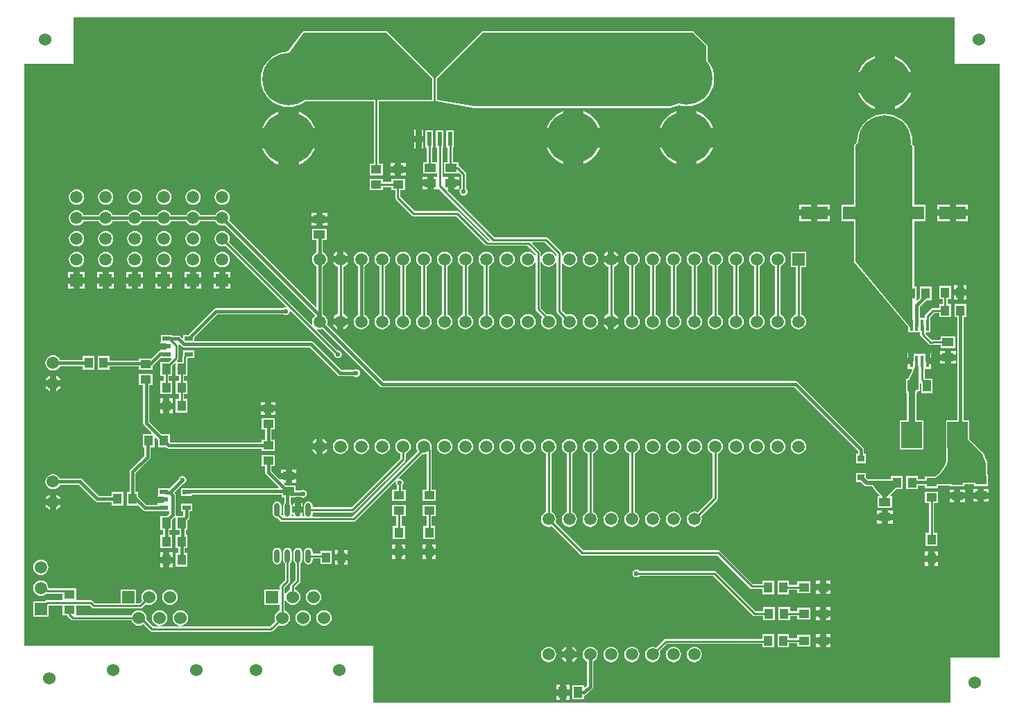
<source format=gtl>
G04*
G04 #@! TF.GenerationSoftware,Altium Limited,Altium Designer,20.0.12 (288)*
G04*
G04 Layer_Physical_Order=1*
G04 Layer_Color=255*
%FSLAX25Y25*%
%MOIN*%
G70*
G01*
G75*
%ADD10C,0.01000*%
%ADD15R,0.01772X0.05709*%
%ADD16R,0.03937X0.02362*%
%ADD17R,0.12598X0.06299*%
%ADD18R,0.04134X0.05512*%
%ADD19R,0.05512X0.04134*%
%ADD20R,0.04134X0.05118*%
%ADD21R,0.05118X0.04134*%
%ADD22O,0.02559X0.06496*%
%ADD23R,0.02362X0.06890*%
%ADD24R,0.09843X0.12795*%
%ADD25R,0.04921X0.04331*%
%ADD26R,0.04331X0.04921*%
%ADD27R,0.03543X0.03150*%
%ADD47C,0.01500*%
%ADD48C,0.02000*%
%ADD49C,0.03150*%
%ADD50C,0.05906*%
%ADD51R,0.05906X0.05906*%
%ADD52R,0.05906X0.05906*%
%ADD53C,0.25197*%
%ADD54C,0.06000*%
%ADD55R,0.06000X0.06000*%
%ADD56C,0.02362*%
G36*
X450787Y311024D02*
X472441Y311024D01*
X472441Y25591D01*
X448819D01*
Y3937D01*
X171653D01*
Y31496D01*
X3937D01*
Y311024D01*
X27559D01*
X27559Y333465D01*
X450787Y333465D01*
X450787Y311024D01*
D02*
G37*
%LPC*%
G36*
X138290Y326714D02*
X138239Y326703D01*
X138186Y326706D01*
X138103Y326677D01*
X138017Y326659D01*
X137973Y326630D01*
X137924Y326612D01*
X137859Y326553D01*
X137786Y326505D01*
X137756Y326461D01*
X137717Y326425D01*
X130700Y316967D01*
X128791Y316817D01*
X126756Y316328D01*
X124822Y315527D01*
X123037Y314434D01*
X121446Y313074D01*
X120086Y311483D01*
X118992Y309698D01*
X118191Y307764D01*
X117703Y305729D01*
X117538Y303642D01*
X117703Y301555D01*
X118191Y299520D01*
X118992Y297586D01*
X120086Y295801D01*
X121446Y294209D01*
X123037Y292850D01*
X124822Y291756D01*
X126756Y290955D01*
X128791Y290466D01*
X130878Y290302D01*
X132965Y290466D01*
X135000Y290955D01*
X136934Y291756D01*
X138719Y292850D01*
X138879Y292987D01*
X171776Y292987D01*
Y263050D01*
X169741D01*
Y257517D01*
X176259D01*
Y263050D01*
X174223D01*
Y292987D01*
X191619D01*
Y292977D01*
X195381D01*
Y292987D01*
X196619D01*
Y292977D01*
X200381D01*
Y293114D01*
X200505Y293196D01*
X200659Y293428D01*
X200714Y293701D01*
X200714Y304000D01*
X200659Y304273D01*
X200505Y304505D01*
X178505Y326505D01*
X178273Y326659D01*
X178000Y326714D01*
X138290Y326714D01*
D02*
G37*
G36*
X422244Y314649D02*
Y306890D01*
X430003D01*
X429477Y308161D01*
X428358Y309986D01*
X426968Y311614D01*
X425341Y313004D01*
X423516Y314122D01*
X422244Y314649D01*
D02*
G37*
G36*
X412402Y314649D02*
X411130Y314122D01*
X409305Y313004D01*
X407678Y311614D01*
X406287Y309986D01*
X405169Y308161D01*
X404642Y306890D01*
X412402D01*
Y314649D01*
D02*
G37*
G36*
X325197Y326698D02*
X224213D01*
X223939Y326644D01*
X223708Y326489D01*
X201857Y304639D01*
X201703Y304407D01*
X201648Y304134D01*
Y301267D01*
X201619D01*
Y292977D01*
X202356D01*
X220152Y289848D01*
X220214Y289850D01*
X220276Y289838D01*
X314196Y289837D01*
X314303Y289859D01*
X314412Y289871D01*
X318408Y291135D01*
X319960Y290762D01*
X322047Y290598D01*
X324134Y290762D01*
X326169Y291250D01*
X328103Y292051D01*
X329888Y293145D01*
X331480Y294504D01*
X332839Y296096D01*
X333933Y297881D01*
X334734Y299815D01*
X335223Y301850D01*
X335387Y303937D01*
X335223Y306024D01*
X334734Y308059D01*
X333933Y309993D01*
X332839Y311778D01*
X332210Y312515D01*
X332210Y319685D01*
X332155Y319958D01*
X332001Y320190D01*
X325701Y326489D01*
X325470Y326644D01*
X325197Y326698D01*
D02*
G37*
G36*
X430003Y297047D02*
X422244D01*
Y289288D01*
X423516Y289815D01*
X425341Y290933D01*
X426968Y292323D01*
X428358Y293951D01*
X429477Y295776D01*
X430003Y297047D01*
D02*
G37*
G36*
X412402D02*
X404642D01*
X405169Y295776D01*
X406287Y293951D01*
X407678Y292323D01*
X409305Y290933D01*
X411130Y289815D01*
X412402Y289288D01*
Y297047D01*
D02*
G37*
G36*
X326969Y288271D02*
Y280512D01*
X334728D01*
X334201Y281783D01*
X333083Y283608D01*
X331693Y285236D01*
X330065Y286626D01*
X328240Y287744D01*
X326969Y288271D01*
D02*
G37*
G36*
X317126D02*
X315855Y287744D01*
X314030Y286626D01*
X312402Y285236D01*
X311012Y283608D01*
X309893Y281783D01*
X309367Y280512D01*
X317126D01*
Y288271D01*
D02*
G37*
G36*
X272638D02*
Y280512D01*
X280397D01*
X279870Y281783D01*
X278752Y283608D01*
X277362Y285236D01*
X275734Y286626D01*
X273909Y287744D01*
X272638Y288271D01*
D02*
G37*
G36*
X262795D02*
X261524Y287744D01*
X259699Y286626D01*
X258071Y285236D01*
X256681Y283608D01*
X255563Y281783D01*
X255036Y280512D01*
X262795D01*
Y288271D01*
D02*
G37*
G36*
X135799Y287976D02*
Y280217D01*
X143558D01*
X143032Y281488D01*
X141913Y283313D01*
X140523Y284941D01*
X138896Y286331D01*
X137071Y287449D01*
X135799Y287976D01*
D02*
G37*
G36*
X125957D02*
X124685Y287449D01*
X122860Y286331D01*
X121233Y284941D01*
X119843Y283313D01*
X118724Y281488D01*
X118198Y280217D01*
X125957D01*
Y287976D01*
D02*
G37*
G36*
X195681Y279323D02*
X195000D01*
Y276378D01*
X195681D01*
Y279323D01*
D02*
G37*
G36*
X192000D02*
X191319D01*
Y276378D01*
X192000D01*
Y279323D01*
D02*
G37*
G36*
X195681Y273378D02*
X195000D01*
Y270433D01*
X195681D01*
Y273378D01*
D02*
G37*
G36*
X192000D02*
X191319D01*
Y270433D01*
X192000D01*
Y273378D01*
D02*
G37*
G36*
X205381Y279023D02*
X201619D01*
Y270733D01*
X202276D01*
Y263767D01*
X199723D01*
Y270733D01*
X200381D01*
Y279023D01*
X196619D01*
Y270733D01*
X197276D01*
Y263767D01*
X195544D01*
Y258233D01*
X202276D01*
Y256784D01*
X200500D01*
Y253716D01*
Y250650D01*
X202756D01*
Y250650D01*
X203206Y250836D01*
X227554Y226488D01*
X227362Y226026D01*
X226704D01*
X212865Y239865D01*
X212468Y240130D01*
X212000Y240224D01*
X191507D01*
X184523Y247207D01*
Y250233D01*
X186759D01*
Y255767D01*
X180241D01*
Y254223D01*
X176259D01*
Y255767D01*
X169741D01*
Y250233D01*
X176259D01*
Y251776D01*
X180241D01*
Y250233D01*
X182077D01*
Y246700D01*
X182170Y246232D01*
X182435Y245835D01*
X190135Y238135D01*
X190532Y237870D01*
X191000Y237776D01*
X211493D01*
X225332Y223938D01*
X225729Y223673D01*
X226197Y223579D01*
X245690D01*
X249576Y219693D01*
Y219017D01*
X249077Y218917D01*
X249049Y218984D01*
X248463Y219747D01*
X247700Y220332D01*
X246812Y220701D01*
X245858Y220826D01*
X244905Y220701D01*
X244016Y220332D01*
X243253Y219747D01*
X242668Y218984D01*
X242300Y218095D01*
X242174Y217142D01*
X242300Y216188D01*
X242668Y215300D01*
X243253Y214537D01*
X244016Y213951D01*
X244905Y213583D01*
X245858Y213457D01*
X246812Y213583D01*
X247700Y213951D01*
X248463Y214537D01*
X249049Y215300D01*
X249077Y215366D01*
X249576Y215267D01*
Y193200D01*
X249670Y192732D01*
X249935Y192335D01*
X252936Y189334D01*
X252668Y188984D01*
X252299Y188095D01*
X252174Y187142D01*
X252299Y186188D01*
X252668Y185300D01*
X253253Y184537D01*
X254016Y183951D01*
X254905Y183583D01*
X255858Y183458D01*
X256812Y183583D01*
X257700Y183951D01*
X258463Y184537D01*
X259049Y185300D01*
X259417Y186188D01*
X259542Y187142D01*
X259417Y188095D01*
X259049Y188984D01*
X258463Y189747D01*
X257700Y190332D01*
X256812Y190700D01*
X255858Y190826D01*
X255015Y190715D01*
X252024Y193707D01*
Y215548D01*
X252523Y215648D01*
X252668Y215300D01*
X253253Y214537D01*
X254016Y213951D01*
X254905Y213583D01*
X255858Y213457D01*
X256812Y213583D01*
X257700Y213951D01*
X258463Y214537D01*
X259049Y215300D01*
X259176Y215608D01*
X259677Y215508D01*
Y192100D01*
X259770Y191632D01*
X260035Y191235D01*
X262556Y188714D01*
X262299Y188095D01*
X262174Y187142D01*
X262299Y186188D01*
X262668Y185300D01*
X263253Y184537D01*
X264016Y183951D01*
X264905Y183583D01*
X265858Y183458D01*
X266812Y183583D01*
X267700Y183951D01*
X268463Y184537D01*
X269049Y185300D01*
X269417Y186188D01*
X269543Y187142D01*
X269417Y188095D01*
X269049Y188984D01*
X268463Y189747D01*
X267700Y190332D01*
X266812Y190700D01*
X265858Y190826D01*
X264905Y190700D01*
X264286Y190444D01*
X262123Y192607D01*
Y215307D01*
X262624Y215406D01*
X262668Y215300D01*
X263253Y214537D01*
X264016Y213951D01*
X264905Y213583D01*
X265858Y213457D01*
X266812Y213583D01*
X267700Y213951D01*
X268463Y214537D01*
X269049Y215300D01*
X269417Y216188D01*
X269543Y217142D01*
X269417Y218095D01*
X269049Y218984D01*
X268463Y219747D01*
X267700Y220332D01*
X266812Y220701D01*
X265858Y220826D01*
X264905Y220701D01*
X264016Y220332D01*
X263253Y219747D01*
X262668Y218984D01*
X262624Y218877D01*
X262123Y218977D01*
Y220100D01*
X262030Y220568D01*
X261765Y220965D01*
X255362Y227368D01*
X254965Y227633D01*
X254497Y227726D01*
X229776D01*
X207315Y250188D01*
X207500Y250635D01*
Y253717D01*
Y256784D01*
X205244D01*
Y253491D01*
X204744Y253224D01*
X204724Y253237D01*
Y270733D01*
X205381D01*
Y279023D01*
D02*
G37*
G36*
X334728Y270669D02*
X326969D01*
Y262910D01*
X328240Y263437D01*
X330065Y264555D01*
X331693Y265945D01*
X333083Y267573D01*
X334201Y269398D01*
X334728Y270669D01*
D02*
G37*
G36*
X317126D02*
X309367D01*
X309893Y269398D01*
X311012Y267573D01*
X312402Y265945D01*
X314030Y264555D01*
X315855Y263437D01*
X317126Y262910D01*
Y270669D01*
D02*
G37*
G36*
X280397D02*
X272638D01*
Y262910D01*
X273909Y263437D01*
X275734Y264555D01*
X277362Y265945D01*
X278752Y267573D01*
X279870Y269398D01*
X280397Y270669D01*
D02*
G37*
G36*
X262795D02*
X255036D01*
X255563Y269398D01*
X256681Y267573D01*
X258071Y265945D01*
X259699Y264555D01*
X261524Y263437D01*
X262795Y262910D01*
Y270669D01*
D02*
G37*
G36*
X143558Y270374D02*
X135799D01*
Y262615D01*
X137071Y263141D01*
X138896Y264260D01*
X140523Y265650D01*
X141913Y267278D01*
X143032Y269103D01*
X143558Y270374D01*
D02*
G37*
G36*
X125957D02*
X118198D01*
X118724Y269103D01*
X119843Y267278D01*
X121233Y265650D01*
X122860Y264260D01*
X124685Y263141D01*
X125957Y262615D01*
Y270374D01*
D02*
G37*
G36*
X187059Y263350D02*
X185000D01*
Y261784D01*
X187059D01*
Y263350D01*
D02*
G37*
G36*
X182000D02*
X179941D01*
Y261784D01*
X182000D01*
Y263350D01*
D02*
G37*
G36*
X187059Y258784D02*
X185000D01*
Y257217D01*
X187059D01*
Y258784D01*
D02*
G37*
G36*
X182000D02*
X179941D01*
Y257217D01*
X182000D01*
Y258784D01*
D02*
G37*
G36*
X212756Y256784D02*
X210500D01*
Y255217D01*
X212756D01*
Y256784D01*
D02*
G37*
G36*
X197500Y256784D02*
X195244D01*
Y255217D01*
X197500D01*
Y256784D01*
D02*
G37*
G36*
X212756Y252217D02*
X210500D01*
Y250650D01*
X212756D01*
Y252217D01*
D02*
G37*
G36*
X197500Y252217D02*
X195244D01*
Y250650D01*
X197500D01*
Y252217D01*
D02*
G37*
G36*
X210381Y279023D02*
X206619D01*
Y270733D01*
X207277D01*
Y263767D01*
X205544D01*
Y258233D01*
X212456D01*
Y258233D01*
X212866Y258403D01*
X213737Y257533D01*
Y251051D01*
X213604Y250962D01*
X213189Y250340D01*
X213043Y249606D01*
X213189Y248872D01*
X213604Y248250D01*
X214227Y247834D01*
X214961Y247688D01*
X215695Y247834D01*
X216317Y248250D01*
X216733Y248872D01*
X216879Y249606D01*
X216733Y250340D01*
X216317Y250962D01*
X216184Y251051D01*
Y258039D01*
X216091Y258508D01*
X215826Y258905D01*
X212865Y261865D01*
X212468Y262130D01*
X212456Y262133D01*
Y263767D01*
X209723D01*
Y270733D01*
X210381D01*
Y279023D01*
D02*
G37*
G36*
X99000Y250684D02*
X98046Y250559D01*
X97158Y250191D01*
X96395Y249605D01*
X95809Y248842D01*
X95441Y247954D01*
X95316Y247000D01*
X95441Y246046D01*
X95809Y245158D01*
X96395Y244395D01*
X97158Y243809D01*
X98046Y243441D01*
X99000Y243316D01*
X99954Y243441D01*
X100842Y243809D01*
X101605Y244395D01*
X102191Y245158D01*
X102559Y246046D01*
X102684Y247000D01*
X102559Y247954D01*
X102191Y248842D01*
X101605Y249605D01*
X100842Y250191D01*
X99954Y250559D01*
X99000Y250684D01*
D02*
G37*
G36*
X85000D02*
X84046Y250559D01*
X83158Y250191D01*
X82395Y249605D01*
X81809Y248842D01*
X81441Y247954D01*
X81316Y247000D01*
X81441Y246046D01*
X81809Y245158D01*
X82395Y244395D01*
X83158Y243809D01*
X84046Y243441D01*
X85000Y243316D01*
X85954Y243441D01*
X86842Y243809D01*
X87605Y244395D01*
X88191Y245158D01*
X88559Y246046D01*
X88684Y247000D01*
X88559Y247954D01*
X88191Y248842D01*
X87605Y249605D01*
X86842Y250191D01*
X85954Y250559D01*
X85000Y250684D01*
D02*
G37*
G36*
X71000D02*
X70046Y250559D01*
X69158Y250191D01*
X68395Y249605D01*
X67809Y248842D01*
X67441Y247954D01*
X67316Y247000D01*
X67441Y246046D01*
X67809Y245158D01*
X68395Y244395D01*
X69158Y243809D01*
X70046Y243441D01*
X71000Y243316D01*
X71954Y243441D01*
X72842Y243809D01*
X73605Y244395D01*
X74191Y245158D01*
X74559Y246046D01*
X74684Y247000D01*
X74559Y247954D01*
X74191Y248842D01*
X73605Y249605D01*
X72842Y250191D01*
X71954Y250559D01*
X71000Y250684D01*
D02*
G37*
G36*
X57000D02*
X56046Y250559D01*
X55158Y250191D01*
X54395Y249605D01*
X53809Y248842D01*
X53441Y247954D01*
X53316Y247000D01*
X53441Y246046D01*
X53809Y245158D01*
X54395Y244395D01*
X55158Y243809D01*
X56046Y243441D01*
X57000Y243316D01*
X57954Y243441D01*
X58842Y243809D01*
X59605Y244395D01*
X60191Y245158D01*
X60559Y246046D01*
X60684Y247000D01*
X60559Y247954D01*
X60191Y248842D01*
X59605Y249605D01*
X58842Y250191D01*
X57954Y250559D01*
X57000Y250684D01*
D02*
G37*
G36*
X43000D02*
X42046Y250559D01*
X41158Y250191D01*
X40395Y249605D01*
X39809Y248842D01*
X39441Y247954D01*
X39316Y247000D01*
X39441Y246046D01*
X39809Y245158D01*
X40395Y244395D01*
X41158Y243809D01*
X42046Y243441D01*
X43000Y243316D01*
X43954Y243441D01*
X44842Y243809D01*
X45605Y244395D01*
X46191Y245158D01*
X46559Y246046D01*
X46684Y247000D01*
X46559Y247954D01*
X46191Y248842D01*
X45605Y249605D01*
X44842Y250191D01*
X43954Y250559D01*
X43000Y250684D01*
D02*
G37*
G36*
X29000D02*
X28046Y250559D01*
X27158Y250191D01*
X26395Y249605D01*
X25809Y248842D01*
X25441Y247954D01*
X25316Y247000D01*
X25441Y246046D01*
X25809Y245158D01*
X26395Y244395D01*
X27158Y243809D01*
X28046Y243441D01*
X29000Y243316D01*
X29954Y243441D01*
X30842Y243809D01*
X31605Y244395D01*
X32191Y245158D01*
X32559Y246046D01*
X32684Y247000D01*
X32559Y247954D01*
X32191Y248842D01*
X31605Y249605D01*
X30842Y250191D01*
X29954Y250559D01*
X29000Y250684D01*
D02*
G37*
G36*
X457299Y243520D02*
X451500D01*
Y240870D01*
X457299D01*
Y243520D01*
D02*
G37*
G36*
X390764D02*
X384965D01*
Y240870D01*
X390764D01*
Y243520D01*
D02*
G37*
G36*
X381965D02*
X376165D01*
Y240870D01*
X381965D01*
Y243520D01*
D02*
G37*
G36*
X448500D02*
X442701D01*
Y240870D01*
X448500D01*
Y243520D01*
D02*
G37*
G36*
X99000Y240684D02*
X98046Y240559D01*
X97158Y240191D01*
X96395Y239605D01*
X95809Y238842D01*
X95659Y238478D01*
X88341D01*
X88191Y238842D01*
X87605Y239605D01*
X86842Y240191D01*
X85954Y240559D01*
X85000Y240684D01*
X84046Y240559D01*
X83158Y240191D01*
X82395Y239605D01*
X81809Y238842D01*
X81659Y238478D01*
X74341D01*
X74191Y238842D01*
X73605Y239605D01*
X72842Y240191D01*
X71954Y240559D01*
X71000Y240684D01*
X70046Y240559D01*
X69158Y240191D01*
X68395Y239605D01*
X67809Y238842D01*
X67659Y238478D01*
X60341D01*
X60191Y238842D01*
X59605Y239605D01*
X58842Y240191D01*
X57954Y240559D01*
X57000Y240684D01*
X56046Y240559D01*
X55158Y240191D01*
X54395Y239605D01*
X53809Y238842D01*
X53659Y238478D01*
X46341D01*
X46191Y238842D01*
X45605Y239605D01*
X44842Y240191D01*
X43954Y240559D01*
X43000Y240684D01*
X42046Y240559D01*
X41158Y240191D01*
X40395Y239605D01*
X39809Y238842D01*
X39659Y238478D01*
X32341D01*
X32191Y238842D01*
X31605Y239605D01*
X30842Y240191D01*
X29954Y240559D01*
X29000Y240684D01*
X28046Y240559D01*
X27158Y240191D01*
X26395Y239605D01*
X25809Y238842D01*
X25441Y237954D01*
X25316Y237000D01*
X25441Y236046D01*
X25809Y235158D01*
X26395Y234395D01*
X27158Y233809D01*
X28046Y233441D01*
X29000Y233316D01*
X29954Y233441D01*
X30842Y233809D01*
X31605Y234395D01*
X32191Y235158D01*
X32341Y235522D01*
X39659D01*
X39809Y235158D01*
X40395Y234395D01*
X41158Y233809D01*
X42046Y233441D01*
X43000Y233316D01*
X43954Y233441D01*
X44842Y233809D01*
X45605Y234395D01*
X46191Y235158D01*
X46341Y235522D01*
X53659D01*
X53809Y235158D01*
X54395Y234395D01*
X55158Y233809D01*
X56046Y233441D01*
X57000Y233316D01*
X57954Y233441D01*
X58842Y233809D01*
X59605Y234395D01*
X60191Y235158D01*
X60341Y235522D01*
X67659D01*
X67809Y235158D01*
X68395Y234395D01*
X69158Y233809D01*
X70046Y233441D01*
X71000Y233316D01*
X71954Y233441D01*
X72842Y233809D01*
X73605Y234395D01*
X74191Y235158D01*
X74341Y235522D01*
X81659D01*
X81809Y235158D01*
X82395Y234395D01*
X83158Y233809D01*
X84046Y233441D01*
X85000Y233316D01*
X85954Y233441D01*
X86842Y233809D01*
X87605Y234395D01*
X88191Y235158D01*
X88341Y235522D01*
X95659D01*
X95809Y235158D01*
X96395Y234395D01*
X97158Y233809D01*
X98046Y233441D01*
X99000Y233316D01*
X99954Y233441D01*
X100317Y233592D01*
X143499Y190410D01*
X143467Y189911D01*
X143253Y189747D01*
X142668Y188984D01*
X142299Y188095D01*
X142174Y187142D01*
X142299Y186188D01*
X142335Y186102D01*
X141911Y185819D01*
X102303Y225428D01*
X102559Y226046D01*
X102684Y227000D01*
X102559Y227954D01*
X102191Y228842D01*
X101605Y229605D01*
X100842Y230191D01*
X99954Y230559D01*
X99000Y230684D01*
X98046Y230559D01*
X97158Y230191D01*
X96395Y229605D01*
X95809Y228842D01*
X95441Y227954D01*
X95316Y227000D01*
X95441Y226046D01*
X95809Y225158D01*
X96395Y224395D01*
X97158Y223809D01*
X98046Y223441D01*
X99000Y223316D01*
X99954Y223441D01*
X100572Y223697D01*
X129763Y194507D01*
X129527Y194044D01*
X128794Y193898D01*
X128354Y193604D01*
X95965D01*
X95399Y193492D01*
X94919Y193171D01*
X82566Y180818D01*
X80304D01*
Y179149D01*
X79842Y178958D01*
X78818Y179982D01*
X78338Y180303D01*
X77772Y180415D01*
X74814D01*
Y180818D01*
X69477D01*
Y177378D01*
X69177D01*
Y176697D01*
X72146D01*
Y173697D01*
X69177D01*
Y173109D01*
X68726Y173019D01*
X68246Y172699D01*
X64948Y169401D01*
X58946D01*
Y168506D01*
X44794D01*
Y170582D01*
X39261D01*
Y164064D01*
X44794D01*
Y165549D01*
X58946D01*
Y163867D01*
X65464D01*
Y165817D01*
X65711Y165982D01*
X69074Y169346D01*
X69477Y169576D01*
Y169576D01*
X69477Y169576D01*
X74225D01*
X74432Y169076D01*
X73182Y167826D01*
X69379D01*
Y160914D01*
X70922D01*
Y158771D01*
X69379D01*
Y152253D01*
X74913D01*
Y158771D01*
X73369D01*
Y160914D01*
X74913D01*
Y166096D01*
X76162Y167345D01*
X76662Y167138D01*
Y160914D01*
X78206D01*
Y158771D01*
X76662D01*
Y152253D01*
X78206D01*
Y149913D01*
X76662D01*
Y143394D01*
X82196D01*
Y149913D01*
X80653D01*
Y152253D01*
X82196D01*
Y158771D01*
X80653D01*
Y160914D01*
X82196D01*
Y165819D01*
X82220Y165937D01*
Y169576D01*
X85641D01*
Y173338D01*
X80304D01*
Y171306D01*
X80131Y171133D01*
X79866Y170736D01*
X79773Y170268D01*
Y167826D01*
X77350D01*
X77143Y168326D01*
X77637Y168820D01*
X77902Y169217D01*
X77995Y169685D01*
Y175771D01*
X77959Y175952D01*
X78420Y176198D01*
X79403Y175215D01*
X79883Y174895D01*
X80448Y174782D01*
X141040D01*
X154466Y161356D01*
X154946Y161036D01*
X155512Y160923D01*
X162213D01*
X162652Y160630D01*
X163386Y160484D01*
X164120Y160630D01*
X164742Y161045D01*
X165158Y161668D01*
X165304Y162402D01*
X165158Y163136D01*
X164742Y163758D01*
X164120Y164173D01*
X163386Y164320D01*
X162652Y164173D01*
X162213Y163880D01*
X156124D01*
X142698Y177306D01*
X142218Y177627D01*
X141653Y177739D01*
X85641D01*
Y179712D01*
X96577Y190648D01*
X128354D01*
X128794Y190354D01*
X129528Y190208D01*
X130262Y190354D01*
X130884Y190770D01*
X131299Y191392D01*
X131446Y192126D01*
X131909Y192361D01*
X152613Y171657D01*
X152582Y171500D01*
X152728Y170766D01*
X153144Y170144D01*
X153766Y169728D01*
X154500Y169582D01*
X155234Y169728D01*
X155856Y170144D01*
X156272Y170766D01*
X156418Y171500D01*
X156272Y172234D01*
X155856Y172856D01*
X155234Y173272D01*
X154500Y173418D01*
X154343Y173387D01*
X144536Y183195D01*
X144819Y183619D01*
X144905Y183583D01*
X145858Y183458D01*
X146812Y183583D01*
X147176Y183734D01*
X174855Y156055D01*
X175334Y155734D01*
X175900Y155622D01*
X373784D01*
X404427Y124978D01*
Y123535D01*
X403434D01*
Y118985D01*
X408377D01*
Y123535D01*
X407384D01*
Y125591D01*
X407271Y126156D01*
X406951Y126636D01*
X375441Y158145D01*
X374962Y158466D01*
X374396Y158578D01*
X176512D01*
X149266Y185824D01*
X149417Y186188D01*
X149542Y187142D01*
X149417Y188095D01*
X149049Y188984D01*
X148463Y189747D01*
X147700Y190332D01*
X147337Y190483D01*
Y213800D01*
X147700Y213951D01*
X148463Y214537D01*
X149049Y215300D01*
X149417Y216188D01*
X149542Y217142D01*
X149417Y218095D01*
X149049Y218984D01*
X148463Y219747D01*
X147700Y220332D01*
X147337Y220483D01*
Y226269D01*
X149125D01*
Y231802D01*
X142213D01*
Y226269D01*
X144380D01*
Y220483D01*
X144016Y220332D01*
X143253Y219747D01*
X142668Y218984D01*
X142299Y218095D01*
X142174Y217142D01*
X142299Y216188D01*
X142668Y215300D01*
X143253Y214537D01*
X144016Y213951D01*
X144380Y213800D01*
Y194364D01*
X143918Y194173D01*
X102408Y235683D01*
X102559Y236046D01*
X102684Y237000D01*
X102559Y237954D01*
X102191Y238842D01*
X101605Y239605D01*
X100842Y240191D01*
X99954Y240559D01*
X99000Y240684D01*
D02*
G37*
G36*
X149425Y239386D02*
X147169D01*
Y237819D01*
X149425D01*
Y239386D01*
D02*
G37*
G36*
X144169D02*
X141913D01*
Y237819D01*
X144169D01*
Y239386D01*
D02*
G37*
G36*
X457299Y237870D02*
X451500D01*
Y235221D01*
X457299D01*
Y237870D01*
D02*
G37*
G36*
X448500D02*
X442701D01*
Y235221D01*
X448500D01*
Y237870D01*
D02*
G37*
G36*
X390764D02*
X384965D01*
Y235221D01*
X390764D01*
Y237870D01*
D02*
G37*
G36*
X381965D02*
X376165D01*
Y235221D01*
X381965D01*
Y237870D01*
D02*
G37*
G36*
X149425Y234819D02*
X147169D01*
Y233252D01*
X149425D01*
Y234819D01*
D02*
G37*
G36*
X144169D02*
X141913D01*
Y233252D01*
X144169D01*
Y234819D01*
D02*
G37*
G36*
X85000Y230684D02*
X84046Y230559D01*
X83158Y230191D01*
X82395Y229605D01*
X81809Y228842D01*
X81441Y227954D01*
X81316Y227000D01*
X81441Y226046D01*
X81809Y225158D01*
X82395Y224395D01*
X83158Y223809D01*
X84046Y223441D01*
X85000Y223316D01*
X85954Y223441D01*
X86842Y223809D01*
X87605Y224395D01*
X88191Y225158D01*
X88559Y226046D01*
X88684Y227000D01*
X88559Y227954D01*
X88191Y228842D01*
X87605Y229605D01*
X86842Y230191D01*
X85954Y230559D01*
X85000Y230684D01*
D02*
G37*
G36*
X71000D02*
X70046Y230559D01*
X69158Y230191D01*
X68395Y229605D01*
X67809Y228842D01*
X67441Y227954D01*
X67316Y227000D01*
X67441Y226046D01*
X67809Y225158D01*
X68395Y224395D01*
X69158Y223809D01*
X70046Y223441D01*
X71000Y223316D01*
X71954Y223441D01*
X72842Y223809D01*
X73605Y224395D01*
X74191Y225158D01*
X74559Y226046D01*
X74684Y227000D01*
X74559Y227954D01*
X74191Y228842D01*
X73605Y229605D01*
X72842Y230191D01*
X71954Y230559D01*
X71000Y230684D01*
D02*
G37*
G36*
X57000D02*
X56046Y230559D01*
X55158Y230191D01*
X54395Y229605D01*
X53809Y228842D01*
X53441Y227954D01*
X53316Y227000D01*
X53441Y226046D01*
X53809Y225158D01*
X54395Y224395D01*
X55158Y223809D01*
X56046Y223441D01*
X57000Y223316D01*
X57954Y223441D01*
X58842Y223809D01*
X59605Y224395D01*
X60191Y225158D01*
X60559Y226046D01*
X60684Y227000D01*
X60559Y227954D01*
X60191Y228842D01*
X59605Y229605D01*
X58842Y230191D01*
X57954Y230559D01*
X57000Y230684D01*
D02*
G37*
G36*
X43000D02*
X42046Y230559D01*
X41158Y230191D01*
X40395Y229605D01*
X39809Y228842D01*
X39441Y227954D01*
X39316Y227000D01*
X39441Y226046D01*
X39809Y225158D01*
X40395Y224395D01*
X41158Y223809D01*
X42046Y223441D01*
X43000Y223316D01*
X43954Y223441D01*
X44842Y223809D01*
X45605Y224395D01*
X46191Y225158D01*
X46559Y226046D01*
X46684Y227000D01*
X46559Y227954D01*
X46191Y228842D01*
X45605Y229605D01*
X44842Y230191D01*
X43954Y230559D01*
X43000Y230684D01*
D02*
G37*
G36*
X29000D02*
X28046Y230559D01*
X27158Y230191D01*
X26395Y229605D01*
X25809Y228842D01*
X25441Y227954D01*
X25316Y227000D01*
X25441Y226046D01*
X25809Y225158D01*
X26395Y224395D01*
X27158Y223809D01*
X28046Y223441D01*
X29000Y223316D01*
X29954Y223441D01*
X30842Y223809D01*
X31605Y224395D01*
X32191Y225158D01*
X32559Y226046D01*
X32684Y227000D01*
X32559Y227954D01*
X32191Y228842D01*
X31605Y229605D01*
X30842Y230191D01*
X29954Y230559D01*
X29000Y230684D01*
D02*
G37*
G36*
X287358Y220799D02*
Y218642D01*
X289515D01*
X289311Y219135D01*
X288677Y219961D01*
X287852Y220595D01*
X287358Y220799D01*
D02*
G37*
G36*
X284358D02*
X283865Y220595D01*
X283039Y219961D01*
X282405Y219135D01*
X282201Y218642D01*
X284358D01*
Y220799D01*
D02*
G37*
G36*
X157358D02*
Y218642D01*
X159515D01*
X159311Y219135D01*
X158677Y219961D01*
X157852Y220595D01*
X157358Y220799D01*
D02*
G37*
G36*
X154358D02*
X153865Y220595D01*
X153039Y219961D01*
X152406Y219135D01*
X152201Y218642D01*
X154358D01*
Y220799D01*
D02*
G37*
G36*
X275858Y220826D02*
X274905Y220701D01*
X274016Y220332D01*
X273253Y219747D01*
X272668Y218984D01*
X272300Y218095D01*
X272174Y217142D01*
X272300Y216188D01*
X272668Y215300D01*
X273253Y214537D01*
X274016Y213951D01*
X274905Y213583D01*
X275858Y213457D01*
X276812Y213583D01*
X277700Y213951D01*
X278463Y214537D01*
X279049Y215300D01*
X279417Y216188D01*
X279542Y217142D01*
X279417Y218095D01*
X279049Y218984D01*
X278463Y219747D01*
X277700Y220332D01*
X276812Y220701D01*
X275858Y220826D01*
D02*
G37*
G36*
X235858D02*
X234905Y220701D01*
X234016Y220332D01*
X233253Y219747D01*
X232668Y218984D01*
X232299Y218095D01*
X232174Y217142D01*
X232299Y216188D01*
X232668Y215300D01*
X233253Y214537D01*
X234016Y213951D01*
X234905Y213583D01*
X235858Y213457D01*
X236812Y213583D01*
X237700Y213951D01*
X238463Y214537D01*
X239049Y215300D01*
X239417Y216188D01*
X239543Y217142D01*
X239417Y218095D01*
X239049Y218984D01*
X238463Y219747D01*
X237700Y220332D01*
X236812Y220701D01*
X235858Y220826D01*
D02*
G37*
G36*
X99000Y220684D02*
X98046Y220559D01*
X97158Y220191D01*
X96395Y219605D01*
X95809Y218842D01*
X95441Y217954D01*
X95316Y217000D01*
X95441Y216046D01*
X95809Y215158D01*
X96395Y214395D01*
X97158Y213809D01*
X98046Y213441D01*
X99000Y213316D01*
X99954Y213441D01*
X100842Y213809D01*
X101605Y214395D01*
X102191Y215158D01*
X102559Y216046D01*
X102684Y217000D01*
X102559Y217954D01*
X102191Y218842D01*
X101605Y219605D01*
X100842Y220191D01*
X99954Y220559D01*
X99000Y220684D01*
D02*
G37*
G36*
X85000D02*
X84046Y220559D01*
X83158Y220191D01*
X82395Y219605D01*
X81809Y218842D01*
X81441Y217954D01*
X81316Y217000D01*
X81441Y216046D01*
X81809Y215158D01*
X82395Y214395D01*
X83158Y213809D01*
X84046Y213441D01*
X85000Y213316D01*
X85954Y213441D01*
X86842Y213809D01*
X87605Y214395D01*
X88191Y215158D01*
X88559Y216046D01*
X88684Y217000D01*
X88559Y217954D01*
X88191Y218842D01*
X87605Y219605D01*
X86842Y220191D01*
X85954Y220559D01*
X85000Y220684D01*
D02*
G37*
G36*
X71000D02*
X70046Y220559D01*
X69158Y220191D01*
X68395Y219605D01*
X67809Y218842D01*
X67441Y217954D01*
X67316Y217000D01*
X67441Y216046D01*
X67809Y215158D01*
X68395Y214395D01*
X69158Y213809D01*
X70046Y213441D01*
X71000Y213316D01*
X71954Y213441D01*
X72842Y213809D01*
X73605Y214395D01*
X74191Y215158D01*
X74559Y216046D01*
X74684Y217000D01*
X74559Y217954D01*
X74191Y218842D01*
X73605Y219605D01*
X72842Y220191D01*
X71954Y220559D01*
X71000Y220684D01*
D02*
G37*
G36*
X57000D02*
X56046Y220559D01*
X55158Y220191D01*
X54395Y219605D01*
X53809Y218842D01*
X53441Y217954D01*
X53316Y217000D01*
X53441Y216046D01*
X53809Y215158D01*
X54395Y214395D01*
X55158Y213809D01*
X56046Y213441D01*
X57000Y213316D01*
X57954Y213441D01*
X58842Y213809D01*
X59605Y214395D01*
X60191Y215158D01*
X60559Y216046D01*
X60684Y217000D01*
X60559Y217954D01*
X60191Y218842D01*
X59605Y219605D01*
X58842Y220191D01*
X57954Y220559D01*
X57000Y220684D01*
D02*
G37*
G36*
X43000D02*
X42046Y220559D01*
X41158Y220191D01*
X40395Y219605D01*
X39809Y218842D01*
X39441Y217954D01*
X39316Y217000D01*
X39441Y216046D01*
X39809Y215158D01*
X40395Y214395D01*
X41158Y213809D01*
X42046Y213441D01*
X43000Y213316D01*
X43954Y213441D01*
X44842Y213809D01*
X45605Y214395D01*
X46191Y215158D01*
X46559Y216046D01*
X46684Y217000D01*
X46559Y217954D01*
X46191Y218842D01*
X45605Y219605D01*
X44842Y220191D01*
X43954Y220559D01*
X43000Y220684D01*
D02*
G37*
G36*
X29000D02*
X28046Y220559D01*
X27158Y220191D01*
X26395Y219605D01*
X25809Y218842D01*
X25441Y217954D01*
X25316Y217000D01*
X25441Y216046D01*
X25809Y215158D01*
X26395Y214395D01*
X27158Y213809D01*
X28046Y213441D01*
X29000Y213316D01*
X29954Y213441D01*
X30842Y213809D01*
X31605Y214395D01*
X32191Y215158D01*
X32559Y216046D01*
X32684Y217000D01*
X32559Y217954D01*
X32191Y218842D01*
X31605Y219605D01*
X30842Y220191D01*
X29954Y220559D01*
X29000Y220684D01*
D02*
G37*
G36*
X102953Y210953D02*
X100500D01*
Y208500D01*
X102953D01*
Y210953D01*
D02*
G37*
G36*
X88953D02*
X86500D01*
Y208500D01*
X88953D01*
Y210953D01*
D02*
G37*
G36*
X74953D02*
X72500D01*
Y208500D01*
X74953D01*
Y210953D01*
D02*
G37*
G36*
X60953D02*
X58500D01*
Y208500D01*
X60953D01*
Y210953D01*
D02*
G37*
G36*
X46953D02*
X44500D01*
Y208500D01*
X46953D01*
Y210953D01*
D02*
G37*
G36*
X32953D02*
X30500D01*
Y208500D01*
X32953D01*
Y210953D01*
D02*
G37*
G36*
X97500D02*
X95047D01*
Y208500D01*
X97500D01*
Y210953D01*
D02*
G37*
G36*
X83500D02*
X81047D01*
Y208500D01*
X83500D01*
Y210953D01*
D02*
G37*
G36*
X69500D02*
X67047D01*
Y208500D01*
X69500D01*
Y210953D01*
D02*
G37*
G36*
X55500D02*
X53047D01*
Y208500D01*
X55500D01*
Y210953D01*
D02*
G37*
G36*
X41500D02*
X39047D01*
Y208500D01*
X41500D01*
Y210953D01*
D02*
G37*
G36*
X27500D02*
X25047D01*
Y208500D01*
X27500D01*
Y210953D01*
D02*
G37*
G36*
X102953Y205500D02*
X100500D01*
Y203047D01*
X102953D01*
Y205500D01*
D02*
G37*
G36*
X97500D02*
X95047D01*
Y203047D01*
X97500D01*
Y205500D01*
D02*
G37*
G36*
X88953D02*
X86500D01*
Y203047D01*
X88953D01*
Y205500D01*
D02*
G37*
G36*
X83500D02*
X81047D01*
Y203047D01*
X83500D01*
Y205500D01*
D02*
G37*
G36*
X74953D02*
X72500D01*
Y203047D01*
X74953D01*
Y205500D01*
D02*
G37*
G36*
X69500D02*
X67047D01*
Y203047D01*
X69500D01*
Y205500D01*
D02*
G37*
G36*
X60953D02*
X58500D01*
Y203047D01*
X60953D01*
Y205500D01*
D02*
G37*
G36*
X55500D02*
X53047D01*
Y203047D01*
X55500D01*
Y205500D01*
D02*
G37*
G36*
X46953D02*
X44500D01*
Y203047D01*
X46953D01*
Y205500D01*
D02*
G37*
G36*
X41500D02*
X39047D01*
Y203047D01*
X41500D01*
Y205500D01*
D02*
G37*
G36*
X32953D02*
X30500D01*
Y203047D01*
X32953D01*
Y205500D01*
D02*
G37*
G36*
X27500D02*
X25047D01*
Y203047D01*
X27500D01*
Y205500D01*
D02*
G37*
G36*
X456709Y204740D02*
X455142D01*
Y202681D01*
X456709D01*
Y204740D01*
D02*
G37*
G36*
X452142D02*
X450575D01*
Y202681D01*
X452142D01*
Y204740D01*
D02*
G37*
G36*
X456709Y199681D02*
X455142D01*
Y197622D01*
X456709D01*
Y199681D01*
D02*
G37*
G36*
X452142D02*
X450575D01*
Y197622D01*
X452142D01*
Y199681D01*
D02*
G37*
G36*
X417323Y286962D02*
X415236Y286797D01*
X413201Y286309D01*
X411267Y285508D01*
X409482Y284414D01*
X407890Y283054D01*
X406531Y281463D01*
X405437Y279678D01*
X404636Y277744D01*
X404147Y275709D01*
X403983Y273622D01*
X403992Y273506D01*
X402645Y272158D01*
X402490Y271927D01*
X402436Y271654D01*
X402436Y243220D01*
X396544D01*
Y235521D01*
X402436D01*
X402436Y216051D01*
X402457Y215946D01*
X402468Y215838D01*
X402484Y215810D01*
X402490Y215778D01*
X402550Y215688D01*
X402602Y215594D01*
X428532Y184562D01*
Y181879D01*
X434233D01*
Y181079D01*
X434326Y180611D01*
X434591Y180214D01*
X438484Y176321D01*
X438881Y176056D01*
X439350Y175962D01*
X440178D01*
X440570Y176040D01*
X444182D01*
Y174497D01*
X451094D01*
Y180031D01*
X444182D01*
Y178487D01*
X440256D01*
X439864Y178409D01*
X439856D01*
X436887Y181379D01*
X437094Y181879D01*
X439381D01*
Y188987D01*
X439381D01*
X439249Y189487D01*
X441058Y191296D01*
X443591D01*
Y189261D01*
X449125D01*
Y195779D01*
X447582D01*
Y197922D01*
X449125D01*
Y204440D01*
X443591D01*
Y197922D01*
X445135D01*
Y195779D01*
X443591D01*
Y193743D01*
X440551D01*
X440083Y193650D01*
X439686Y193385D01*
X436954Y190653D01*
X436689Y190256D01*
X436595Y189787D01*
Y188987D01*
X434156D01*
Y194466D01*
X437218Y197528D01*
X439775D01*
Y204047D01*
X434241D01*
Y198733D01*
X432960Y197452D01*
X432918Y197473D01*
X432918Y197473D01*
X432491Y197691D01*
X432491Y197961D01*
Y204047D01*
X431422D01*
Y235521D01*
X436920D01*
Y243220D01*
X431422D01*
Y271260D01*
X431368Y271533D01*
X431213Y271764D01*
X430567Y272411D01*
X430662Y273622D01*
X430498Y275709D01*
X430010Y277744D01*
X429208Y279678D01*
X428115Y281463D01*
X426755Y283054D01*
X425164Y284414D01*
X423379Y285508D01*
X421445Y286309D01*
X419410Y286797D01*
X417323Y286962D01*
D02*
G37*
G36*
X289515Y215642D02*
X282201D01*
X282405Y215148D01*
X283039Y214323D01*
X283865Y213689D01*
X284635Y213370D01*
Y190913D01*
X283865Y190594D01*
X283039Y189961D01*
X282405Y189135D01*
X282201Y188642D01*
X285858D01*
Y187142D01*
D01*
Y188642D01*
X289515D01*
X289311Y189135D01*
X288677Y189961D01*
X287852Y190594D01*
X287082Y190913D01*
Y213370D01*
X287852Y213689D01*
X288677Y214323D01*
X289311Y215148D01*
X289515Y215642D01*
D02*
G37*
G36*
X159515D02*
X152201D01*
X152406Y215148D01*
X153039Y214323D01*
X153865Y213689D01*
X154635Y213370D01*
Y190913D01*
X153865Y190594D01*
X153039Y189961D01*
X152406Y189135D01*
X152201Y188642D01*
X155858D01*
Y187142D01*
D01*
Y188642D01*
X159515D01*
X159311Y189135D01*
X158677Y189961D01*
X157852Y190594D01*
X157082Y190913D01*
Y213370D01*
X157852Y213689D01*
X158677Y214323D01*
X159311Y215148D01*
X159515Y215642D01*
D02*
G37*
G36*
X289515Y185642D02*
X287358D01*
Y183485D01*
X287852Y183689D01*
X288677Y184323D01*
X289311Y185148D01*
X289515Y185642D01*
D02*
G37*
G36*
X159515D02*
X157358D01*
Y183485D01*
X157852Y183689D01*
X158677Y184323D01*
X159311Y185148D01*
X159515Y185642D01*
D02*
G37*
G36*
X154358D02*
X152201D01*
X152406Y185148D01*
X153039Y184323D01*
X153865Y183689D01*
X154358Y183485D01*
Y185642D01*
D02*
G37*
G36*
X284358D02*
X282201D01*
X282405Y185148D01*
X283039Y184323D01*
X283865Y183689D01*
X284358Y183485D01*
Y185642D01*
D02*
G37*
G36*
X379511Y220795D02*
X372205D01*
Y213489D01*
X374635D01*
Y190589D01*
X374016Y190332D01*
X373253Y189747D01*
X372668Y188984D01*
X372300Y188095D01*
X372174Y187142D01*
X372300Y186188D01*
X372668Y185300D01*
X373253Y184537D01*
X374016Y183951D01*
X374905Y183583D01*
X375858Y183458D01*
X376812Y183583D01*
X377700Y183951D01*
X378463Y184537D01*
X379049Y185300D01*
X379417Y186188D01*
X379542Y187142D01*
X379417Y188095D01*
X379049Y188984D01*
X378463Y189747D01*
X377700Y190332D01*
X377082Y190589D01*
Y213489D01*
X379511D01*
Y220795D01*
D02*
G37*
G36*
X365858Y220826D02*
X364905Y220701D01*
X364016Y220332D01*
X363253Y219747D01*
X362668Y218984D01*
X362299Y218095D01*
X362174Y217142D01*
X362299Y216188D01*
X362668Y215300D01*
X363253Y214537D01*
X364016Y213951D01*
X364635Y213695D01*
Y190589D01*
X364016Y190332D01*
X363253Y189747D01*
X362668Y188984D01*
X362299Y188095D01*
X362174Y187142D01*
X362299Y186188D01*
X362668Y185300D01*
X363253Y184537D01*
X364016Y183951D01*
X364905Y183583D01*
X365858Y183458D01*
X366812Y183583D01*
X367700Y183951D01*
X368463Y184537D01*
X369049Y185300D01*
X369417Y186188D01*
X369543Y187142D01*
X369417Y188095D01*
X369049Y188984D01*
X368463Y189747D01*
X367700Y190332D01*
X367082Y190589D01*
Y213695D01*
X367700Y213951D01*
X368463Y214537D01*
X369049Y215300D01*
X369417Y216188D01*
X369543Y217142D01*
X369417Y218095D01*
X369049Y218984D01*
X368463Y219747D01*
X367700Y220332D01*
X366812Y220701D01*
X365858Y220826D01*
D02*
G37*
G36*
X355858D02*
X354905Y220701D01*
X354016Y220332D01*
X353253Y219747D01*
X352668Y218984D01*
X352299Y218095D01*
X352174Y217142D01*
X352299Y216188D01*
X352668Y215300D01*
X353253Y214537D01*
X354016Y213951D01*
X354635Y213695D01*
Y190589D01*
X354016Y190332D01*
X353253Y189747D01*
X352668Y188984D01*
X352299Y188095D01*
X352174Y187142D01*
X352299Y186188D01*
X352668Y185300D01*
X353253Y184537D01*
X354016Y183951D01*
X354905Y183583D01*
X355858Y183458D01*
X356812Y183583D01*
X357700Y183951D01*
X358463Y184537D01*
X359049Y185300D01*
X359417Y186188D01*
X359542Y187142D01*
X359417Y188095D01*
X359049Y188984D01*
X358463Y189747D01*
X357700Y190332D01*
X357082Y190589D01*
Y213695D01*
X357700Y213951D01*
X358463Y214537D01*
X359049Y215300D01*
X359417Y216188D01*
X359542Y217142D01*
X359417Y218095D01*
X359049Y218984D01*
X358463Y219747D01*
X357700Y220332D01*
X356812Y220701D01*
X355858Y220826D01*
D02*
G37*
G36*
X345858D02*
X344905Y220701D01*
X344016Y220332D01*
X343253Y219747D01*
X342668Y218984D01*
X342300Y218095D01*
X342174Y217142D01*
X342300Y216188D01*
X342668Y215300D01*
X343253Y214537D01*
X344016Y213951D01*
X344635Y213695D01*
Y190589D01*
X344016Y190332D01*
X343253Y189747D01*
X342668Y188984D01*
X342300Y188095D01*
X342174Y187142D01*
X342300Y186188D01*
X342668Y185300D01*
X343253Y184537D01*
X344016Y183951D01*
X344905Y183583D01*
X345858Y183458D01*
X346812Y183583D01*
X347700Y183951D01*
X348463Y184537D01*
X349049Y185300D01*
X349417Y186188D01*
X349542Y187142D01*
X349417Y188095D01*
X349049Y188984D01*
X348463Y189747D01*
X347700Y190332D01*
X347082Y190589D01*
Y213695D01*
X347700Y213951D01*
X348463Y214537D01*
X349049Y215300D01*
X349417Y216188D01*
X349542Y217142D01*
X349417Y218095D01*
X349049Y218984D01*
X348463Y219747D01*
X347700Y220332D01*
X346812Y220701D01*
X345858Y220826D01*
D02*
G37*
G36*
X335858D02*
X334905Y220701D01*
X334016Y220332D01*
X333253Y219747D01*
X332668Y218984D01*
X332299Y218095D01*
X332174Y217142D01*
X332299Y216188D01*
X332668Y215300D01*
X333253Y214537D01*
X334016Y213951D01*
X334635Y213695D01*
Y190589D01*
X334016Y190332D01*
X333253Y189747D01*
X332668Y188984D01*
X332299Y188095D01*
X332174Y187142D01*
X332299Y186188D01*
X332668Y185300D01*
X333253Y184537D01*
X334016Y183951D01*
X334905Y183583D01*
X335858Y183458D01*
X336812Y183583D01*
X337700Y183951D01*
X338463Y184537D01*
X339049Y185300D01*
X339417Y186188D01*
X339543Y187142D01*
X339417Y188095D01*
X339049Y188984D01*
X338463Y189747D01*
X337700Y190332D01*
X337082Y190589D01*
Y213695D01*
X337700Y213951D01*
X338463Y214537D01*
X339049Y215300D01*
X339417Y216188D01*
X339543Y217142D01*
X339417Y218095D01*
X339049Y218984D01*
X338463Y219747D01*
X337700Y220332D01*
X336812Y220701D01*
X335858Y220826D01*
D02*
G37*
G36*
X325858D02*
X324905Y220701D01*
X324016Y220332D01*
X323253Y219747D01*
X322668Y218984D01*
X322300Y218095D01*
X322174Y217142D01*
X322300Y216188D01*
X322668Y215300D01*
X323253Y214537D01*
X324016Y213951D01*
X324635Y213695D01*
Y190589D01*
X324016Y190332D01*
X323253Y189747D01*
X322668Y188984D01*
X322300Y188095D01*
X322174Y187142D01*
X322300Y186188D01*
X322668Y185300D01*
X323253Y184537D01*
X324016Y183951D01*
X324905Y183583D01*
X325858Y183458D01*
X326812Y183583D01*
X327700Y183951D01*
X328463Y184537D01*
X329049Y185300D01*
X329417Y186188D01*
X329542Y187142D01*
X329417Y188095D01*
X329049Y188984D01*
X328463Y189747D01*
X327700Y190332D01*
X327082Y190589D01*
Y213695D01*
X327700Y213951D01*
X328463Y214537D01*
X329049Y215300D01*
X329417Y216188D01*
X329542Y217142D01*
X329417Y218095D01*
X329049Y218984D01*
X328463Y219747D01*
X327700Y220332D01*
X326812Y220701D01*
X325858Y220826D01*
D02*
G37*
G36*
X315858D02*
X314905Y220701D01*
X314016Y220332D01*
X313253Y219747D01*
X312668Y218984D01*
X312299Y218095D01*
X312174Y217142D01*
X312299Y216188D01*
X312668Y215300D01*
X313253Y214537D01*
X314016Y213951D01*
X314635Y213695D01*
Y190589D01*
X314016Y190332D01*
X313253Y189747D01*
X312668Y188984D01*
X312299Y188095D01*
X312174Y187142D01*
X312299Y186188D01*
X312668Y185300D01*
X313253Y184537D01*
X314016Y183951D01*
X314905Y183583D01*
X315858Y183458D01*
X316812Y183583D01*
X317700Y183951D01*
X318463Y184537D01*
X319049Y185300D01*
X319417Y186188D01*
X319543Y187142D01*
X319417Y188095D01*
X319049Y188984D01*
X318463Y189747D01*
X317700Y190332D01*
X317082Y190589D01*
Y213695D01*
X317700Y213951D01*
X318463Y214537D01*
X319049Y215300D01*
X319417Y216188D01*
X319543Y217142D01*
X319417Y218095D01*
X319049Y218984D01*
X318463Y219747D01*
X317700Y220332D01*
X316812Y220701D01*
X315858Y220826D01*
D02*
G37*
G36*
X305858D02*
X304905Y220701D01*
X304016Y220332D01*
X303253Y219747D01*
X302668Y218984D01*
X302299Y218095D01*
X302174Y217142D01*
X302299Y216188D01*
X302668Y215300D01*
X303253Y214537D01*
X304016Y213951D01*
X304635Y213695D01*
Y190589D01*
X304016Y190332D01*
X303253Y189747D01*
X302668Y188984D01*
X302299Y188095D01*
X302174Y187142D01*
X302299Y186188D01*
X302668Y185300D01*
X303253Y184537D01*
X304016Y183951D01*
X304905Y183583D01*
X305858Y183458D01*
X306812Y183583D01*
X307700Y183951D01*
X308463Y184537D01*
X309049Y185300D01*
X309417Y186188D01*
X309542Y187142D01*
X309417Y188095D01*
X309049Y188984D01*
X308463Y189747D01*
X307700Y190332D01*
X307082Y190589D01*
Y213695D01*
X307700Y213951D01*
X308463Y214537D01*
X309049Y215300D01*
X309417Y216188D01*
X309542Y217142D01*
X309417Y218095D01*
X309049Y218984D01*
X308463Y219747D01*
X307700Y220332D01*
X306812Y220701D01*
X305858Y220826D01*
D02*
G37*
G36*
X295858D02*
X294905Y220701D01*
X294016Y220332D01*
X293253Y219747D01*
X292668Y218984D01*
X292300Y218095D01*
X292174Y217142D01*
X292300Y216188D01*
X292668Y215300D01*
X293253Y214537D01*
X294016Y213951D01*
X294635Y213695D01*
Y190589D01*
X294016Y190332D01*
X293253Y189747D01*
X292668Y188984D01*
X292300Y188095D01*
X292174Y187142D01*
X292300Y186188D01*
X292668Y185300D01*
X293253Y184537D01*
X294016Y183951D01*
X294905Y183583D01*
X295858Y183458D01*
X296812Y183583D01*
X297700Y183951D01*
X298463Y184537D01*
X299049Y185300D01*
X299417Y186188D01*
X299542Y187142D01*
X299417Y188095D01*
X299049Y188984D01*
X298463Y189747D01*
X297700Y190332D01*
X297082Y190589D01*
Y213695D01*
X297700Y213951D01*
X298463Y214537D01*
X299049Y215300D01*
X299417Y216188D01*
X299542Y217142D01*
X299417Y218095D01*
X299049Y218984D01*
X298463Y219747D01*
X297700Y220332D01*
X296812Y220701D01*
X295858Y220826D01*
D02*
G37*
G36*
X275858Y190826D02*
X274905Y190700D01*
X274016Y190332D01*
X273253Y189747D01*
X272668Y188984D01*
X272300Y188095D01*
X272174Y187142D01*
X272300Y186188D01*
X272668Y185300D01*
X273253Y184537D01*
X274016Y183951D01*
X274905Y183583D01*
X275858Y183458D01*
X276812Y183583D01*
X277700Y183951D01*
X278463Y184537D01*
X279049Y185300D01*
X279417Y186188D01*
X279542Y187142D01*
X279417Y188095D01*
X279049Y188984D01*
X278463Y189747D01*
X277700Y190332D01*
X276812Y190700D01*
X275858Y190826D01*
D02*
G37*
G36*
X245858D02*
X244905Y190700D01*
X244016Y190332D01*
X243253Y189747D01*
X242668Y188984D01*
X242300Y188095D01*
X242174Y187142D01*
X242300Y186188D01*
X242668Y185300D01*
X243253Y184537D01*
X244016Y183951D01*
X244905Y183583D01*
X245858Y183458D01*
X246812Y183583D01*
X247700Y183951D01*
X248463Y184537D01*
X249049Y185300D01*
X249417Y186188D01*
X249542Y187142D01*
X249417Y188095D01*
X249049Y188984D01*
X248463Y189747D01*
X247700Y190332D01*
X246812Y190700D01*
X245858Y190826D01*
D02*
G37*
G36*
X235858D02*
X234905Y190700D01*
X234016Y190332D01*
X233253Y189747D01*
X232668Y188984D01*
X232299Y188095D01*
X232174Y187142D01*
X232299Y186188D01*
X232668Y185300D01*
X233253Y184537D01*
X234016Y183951D01*
X234905Y183583D01*
X235858Y183458D01*
X236812Y183583D01*
X237700Y183951D01*
X238463Y184537D01*
X239049Y185300D01*
X239417Y186188D01*
X239543Y187142D01*
X239417Y188095D01*
X239049Y188984D01*
X238463Y189747D01*
X237700Y190332D01*
X236812Y190700D01*
X235858Y190826D01*
D02*
G37*
G36*
X225858Y220826D02*
X224905Y220701D01*
X224016Y220332D01*
X223253Y219747D01*
X222668Y218984D01*
X222300Y218095D01*
X222174Y217142D01*
X222300Y216188D01*
X222668Y215300D01*
X223253Y214537D01*
X224016Y213951D01*
X224635Y213695D01*
Y190589D01*
X224016Y190332D01*
X223253Y189747D01*
X222668Y188984D01*
X222300Y188095D01*
X222174Y187142D01*
X222300Y186188D01*
X222668Y185300D01*
X223253Y184537D01*
X224016Y183951D01*
X224905Y183583D01*
X225858Y183458D01*
X226812Y183583D01*
X227700Y183951D01*
X228463Y184537D01*
X229049Y185300D01*
X229417Y186188D01*
X229542Y187142D01*
X229417Y188095D01*
X229049Y188984D01*
X228463Y189747D01*
X227700Y190332D01*
X227082Y190589D01*
Y213695D01*
X227700Y213951D01*
X228463Y214537D01*
X229049Y215300D01*
X229417Y216188D01*
X229542Y217142D01*
X229417Y218095D01*
X229049Y218984D01*
X228463Y219747D01*
X227700Y220332D01*
X226812Y220701D01*
X225858Y220826D01*
D02*
G37*
G36*
X215858D02*
X214905Y220701D01*
X214016Y220332D01*
X213253Y219747D01*
X212668Y218984D01*
X212299Y218095D01*
X212174Y217142D01*
X212299Y216188D01*
X212668Y215300D01*
X213253Y214537D01*
X214016Y213951D01*
X214635Y213695D01*
Y190589D01*
X214016Y190332D01*
X213253Y189747D01*
X212668Y188984D01*
X212299Y188095D01*
X212174Y187142D01*
X212299Y186188D01*
X212668Y185300D01*
X213253Y184537D01*
X214016Y183951D01*
X214905Y183583D01*
X215858Y183458D01*
X216812Y183583D01*
X217700Y183951D01*
X218463Y184537D01*
X219049Y185300D01*
X219417Y186188D01*
X219543Y187142D01*
X219417Y188095D01*
X219049Y188984D01*
X218463Y189747D01*
X217700Y190332D01*
X217082Y190589D01*
Y213695D01*
X217700Y213951D01*
X218463Y214537D01*
X219049Y215300D01*
X219417Y216188D01*
X219543Y217142D01*
X219417Y218095D01*
X219049Y218984D01*
X218463Y219747D01*
X217700Y220332D01*
X216812Y220701D01*
X215858Y220826D01*
D02*
G37*
G36*
X205858D02*
X204905Y220701D01*
X204016Y220332D01*
X203253Y219747D01*
X202668Y218984D01*
X202299Y218095D01*
X202174Y217142D01*
X202299Y216188D01*
X202668Y215300D01*
X203253Y214537D01*
X204016Y213951D01*
X204635Y213695D01*
Y190589D01*
X204016Y190332D01*
X203253Y189747D01*
X202668Y188984D01*
X202299Y188095D01*
X202174Y187142D01*
X202299Y186188D01*
X202668Y185300D01*
X203253Y184537D01*
X204016Y183951D01*
X204905Y183583D01*
X205858Y183458D01*
X206812Y183583D01*
X207700Y183951D01*
X208463Y184537D01*
X209049Y185300D01*
X209417Y186188D01*
X209542Y187142D01*
X209417Y188095D01*
X209049Y188984D01*
X208463Y189747D01*
X207700Y190332D01*
X207082Y190589D01*
Y213695D01*
X207700Y213951D01*
X208463Y214537D01*
X209049Y215300D01*
X209417Y216188D01*
X209542Y217142D01*
X209417Y218095D01*
X209049Y218984D01*
X208463Y219747D01*
X207700Y220332D01*
X206812Y220701D01*
X205858Y220826D01*
D02*
G37*
G36*
X195858D02*
X194905Y220701D01*
X194016Y220332D01*
X193253Y219747D01*
X192668Y218984D01*
X192299Y218095D01*
X192174Y217142D01*
X192299Y216188D01*
X192668Y215300D01*
X193253Y214537D01*
X194016Y213951D01*
X194635Y213695D01*
Y190589D01*
X194016Y190332D01*
X193253Y189747D01*
X192668Y188984D01*
X192299Y188095D01*
X192174Y187142D01*
X192299Y186188D01*
X192668Y185300D01*
X193253Y184537D01*
X194016Y183951D01*
X194905Y183583D01*
X195858Y183458D01*
X196812Y183583D01*
X197700Y183951D01*
X198463Y184537D01*
X199049Y185300D01*
X199417Y186188D01*
X199542Y187142D01*
X199417Y188095D01*
X199049Y188984D01*
X198463Y189747D01*
X197700Y190332D01*
X197082Y190589D01*
Y213695D01*
X197700Y213951D01*
X198463Y214537D01*
X199049Y215300D01*
X199417Y216188D01*
X199542Y217142D01*
X199417Y218095D01*
X199049Y218984D01*
X198463Y219747D01*
X197700Y220332D01*
X196812Y220701D01*
X195858Y220826D01*
D02*
G37*
G36*
X185858D02*
X184905Y220701D01*
X184016Y220332D01*
X183253Y219747D01*
X182668Y218984D01*
X182299Y218095D01*
X182174Y217142D01*
X182299Y216188D01*
X182668Y215300D01*
X183253Y214537D01*
X184016Y213951D01*
X184635Y213695D01*
Y190589D01*
X184016Y190332D01*
X183253Y189747D01*
X182668Y188984D01*
X182299Y188095D01*
X182174Y187142D01*
X182299Y186188D01*
X182668Y185300D01*
X183253Y184537D01*
X184016Y183951D01*
X184905Y183583D01*
X185858Y183458D01*
X186812Y183583D01*
X187700Y183951D01*
X188463Y184537D01*
X189049Y185300D01*
X189417Y186188D01*
X189542Y187142D01*
X189417Y188095D01*
X189049Y188984D01*
X188463Y189747D01*
X187700Y190332D01*
X187082Y190589D01*
Y213695D01*
X187700Y213951D01*
X188463Y214537D01*
X189049Y215300D01*
X189417Y216188D01*
X189542Y217142D01*
X189417Y218095D01*
X189049Y218984D01*
X188463Y219747D01*
X187700Y220332D01*
X186812Y220701D01*
X185858Y220826D01*
D02*
G37*
G36*
X175858D02*
X174905Y220701D01*
X174016Y220332D01*
X173253Y219747D01*
X172668Y218984D01*
X172300Y218095D01*
X172174Y217142D01*
X172300Y216188D01*
X172668Y215300D01*
X173253Y214537D01*
X174016Y213951D01*
X174635Y213695D01*
Y190589D01*
X174016Y190332D01*
X173253Y189747D01*
X172668Y188984D01*
X172300Y188095D01*
X172174Y187142D01*
X172300Y186188D01*
X172668Y185300D01*
X173253Y184537D01*
X174016Y183951D01*
X174905Y183583D01*
X175858Y183458D01*
X176812Y183583D01*
X177700Y183951D01*
X178463Y184537D01*
X179049Y185300D01*
X179417Y186188D01*
X179543Y187142D01*
X179417Y188095D01*
X179049Y188984D01*
X178463Y189747D01*
X177700Y190332D01*
X177082Y190589D01*
Y213695D01*
X177700Y213951D01*
X178463Y214537D01*
X179049Y215300D01*
X179417Y216188D01*
X179543Y217142D01*
X179417Y218095D01*
X179049Y218984D01*
X178463Y219747D01*
X177700Y220332D01*
X176812Y220701D01*
X175858Y220826D01*
D02*
G37*
G36*
X165858D02*
X164905Y220701D01*
X164016Y220332D01*
X163253Y219747D01*
X162668Y218984D01*
X162300Y218095D01*
X162174Y217142D01*
X162300Y216188D01*
X162668Y215300D01*
X163253Y214537D01*
X164016Y213951D01*
X164380Y213800D01*
Y190483D01*
X164016Y190332D01*
X163253Y189747D01*
X162668Y188984D01*
X162300Y188095D01*
X162174Y187142D01*
X162300Y186188D01*
X162668Y185300D01*
X163253Y184537D01*
X164016Y183951D01*
X164905Y183583D01*
X165858Y183458D01*
X166812Y183583D01*
X167700Y183951D01*
X168463Y184537D01*
X169049Y185300D01*
X169417Y186188D01*
X169543Y187142D01*
X169417Y188095D01*
X169049Y188984D01*
X168463Y189747D01*
X167700Y190332D01*
X167337Y190483D01*
Y213800D01*
X167700Y213951D01*
X168463Y214537D01*
X169049Y215300D01*
X169417Y216188D01*
X169543Y217142D01*
X169417Y218095D01*
X169049Y218984D01*
X168463Y219747D01*
X167700Y220332D01*
X166812Y220701D01*
X165858Y220826D01*
D02*
G37*
G36*
X436295Y171965D02*
X435910D01*
Y171665D01*
X432004D01*
Y171965D01*
X431618D01*
Y171665D01*
X431091D01*
Y168110D01*
X430118D01*
Y166610D01*
X428232D01*
Y164256D01*
X430152D01*
X430424Y163836D01*
X428587Y159755D01*
X427450D01*
Y152843D01*
X427996D01*
Y139775D01*
X424694D01*
Y125580D01*
X435936D01*
Y139775D01*
X432634D01*
Y152843D01*
X432983D01*
Y153617D01*
X433465D01*
X433738Y153671D01*
X433969Y153826D01*
X434124Y154058D01*
X434178Y154331D01*
Y157331D01*
X434678Y157598D01*
X434733Y157562D01*
Y152843D01*
X440267D01*
Y159755D01*
X436463D01*
X436460Y159759D01*
Y164256D01*
X439681D01*
Y166610D01*
X437795D01*
Y168110D01*
X436822D01*
Y171665D01*
X436295D01*
Y171965D01*
D02*
G37*
G36*
X451394Y173047D02*
X449138D01*
Y171480D01*
X451394D01*
Y173047D01*
D02*
G37*
G36*
X446138D02*
X443882D01*
Y171480D01*
X446138D01*
Y173047D01*
D02*
G37*
G36*
X428618Y171965D02*
X428232D01*
Y169610D01*
X428618D01*
Y171965D01*
D02*
G37*
G36*
X439681D02*
X439295D01*
Y169610D01*
X439681D01*
Y171965D01*
D02*
G37*
G36*
X451394Y168480D02*
X449138D01*
Y166913D01*
X451394D01*
Y168480D01*
D02*
G37*
G36*
X446138D02*
X443882D01*
Y166913D01*
X446138D01*
Y168480D01*
D02*
G37*
G36*
X17717Y171007D02*
X16763Y170882D01*
X15874Y170513D01*
X15111Y169928D01*
X14526Y169165D01*
X14158Y168276D01*
X14032Y167323D01*
X14158Y166369D01*
X14526Y165481D01*
X15111Y164718D01*
X15874Y164132D01*
X16763Y163764D01*
X17717Y163639D01*
X18670Y163764D01*
X19559Y164132D01*
X20322Y164718D01*
X20907Y165481D01*
X21058Y165844D01*
X31977D01*
Y164064D01*
X37511D01*
Y170582D01*
X31977D01*
Y168801D01*
X21058D01*
X20907Y169165D01*
X20322Y169928D01*
X19559Y170513D01*
X18670Y170882D01*
X17717Y171007D01*
D02*
G37*
G36*
X19217Y161137D02*
Y158980D01*
X21374D01*
X21169Y159474D01*
X20536Y160300D01*
X19710Y160933D01*
X19217Y161137D01*
D02*
G37*
G36*
X16217D02*
X15723Y160933D01*
X14897Y160300D01*
X14264Y159474D01*
X14059Y158980D01*
X16217D01*
Y161137D01*
D02*
G37*
G36*
X21374Y155980D02*
X19217D01*
Y153823D01*
X19710Y154028D01*
X20536Y154661D01*
X21169Y155487D01*
X21374Y155980D01*
D02*
G37*
G36*
X16217D02*
X14059D01*
X14264Y155487D01*
X14897Y154661D01*
X15723Y154028D01*
X16217Y153823D01*
Y155980D01*
D02*
G37*
G36*
X75213Y150213D02*
X73646D01*
Y148153D01*
X75213D01*
Y150213D01*
D02*
G37*
G36*
X70646D02*
X69079D01*
Y148153D01*
X70646D01*
Y150213D01*
D02*
G37*
G36*
X124622Y148441D02*
X122563D01*
Y146874D01*
X124622D01*
Y148441D01*
D02*
G37*
G36*
X119563D02*
X117504D01*
Y146874D01*
X119563D01*
Y148441D01*
D02*
G37*
G36*
X75213Y145153D02*
X73646D01*
Y143095D01*
X75213D01*
Y145153D01*
D02*
G37*
G36*
X70646D02*
X69079D01*
Y143095D01*
X70646D01*
Y145153D01*
D02*
G37*
G36*
X124622Y143874D02*
X122563D01*
Y142307D01*
X124622D01*
Y143874D01*
D02*
G37*
G36*
X119563D02*
X117504D01*
Y142307D01*
X119563D01*
Y143874D01*
D02*
G37*
G36*
X147358Y130799D02*
Y128642D01*
X149515D01*
X149311Y129135D01*
X148677Y129961D01*
X147852Y130595D01*
X147358Y130799D01*
D02*
G37*
G36*
X144358D02*
X143865Y130595D01*
X143039Y129961D01*
X142405Y129135D01*
X142201Y128642D01*
X144358D01*
Y130799D01*
D02*
G37*
G36*
X65464Y162117D02*
X58946D01*
Y156583D01*
X61022D01*
Y138287D01*
X61134Y137722D01*
X61455Y137242D01*
X65054Y133642D01*
X64863Y133180D01*
X60914D01*
Y126662D01*
X61661D01*
Y122807D01*
X54860Y116006D01*
X54540Y115526D01*
X54427Y114961D01*
Y105227D01*
X53139D01*
Y98709D01*
X58649D01*
X60766Y96592D01*
X61245Y96272D01*
X61811Y96159D01*
X68296D01*
Y95954D01*
X73594D01*
Y95043D01*
X72361Y93810D01*
X69379D01*
Y86898D01*
X70667D01*
Y84755D01*
X69379D01*
Y78237D01*
X74913D01*
Y84755D01*
X73624D01*
Y86898D01*
X74913D01*
Y92181D01*
X76117Y93385D01*
X76162Y93452D01*
X76662Y93301D01*
Y86898D01*
X78492D01*
Y84755D01*
X76662D01*
Y78237D01*
X77951D01*
Y75897D01*
X76662D01*
Y69379D01*
X82196D01*
Y75897D01*
X80907D01*
Y78237D01*
X82196D01*
Y84755D01*
X81449D01*
Y86898D01*
X82196D01*
Y91719D01*
X82837Y92360D01*
X83157Y92840D01*
X83270Y93405D01*
Y95954D01*
X84460D01*
Y99716D01*
X79123D01*
Y95954D01*
X80313D01*
Y94018D01*
X80105Y93810D01*
X76937D01*
X76514Y94249D01*
X76551Y94431D01*
Y103750D01*
X76438Y104316D01*
X76117Y104796D01*
X75951Y104962D01*
X80137Y109149D01*
X80655Y109252D01*
X81278Y109667D01*
X81693Y110290D01*
X81839Y111024D01*
X81693Y111758D01*
X81278Y112380D01*
X80655Y112796D01*
X79921Y112942D01*
X79187Y112796D01*
X78565Y112380D01*
X78149Y111758D01*
X78046Y111239D01*
X73895Y107088D01*
X73633Y107196D01*
Y107196D01*
X68296D01*
Y103756D01*
X67996D01*
Y103075D01*
X70965D01*
Y100075D01*
X67996D01*
Y99394D01*
X67611Y99116D01*
X62423D01*
X58672Y102867D01*
Y105227D01*
X57384D01*
Y114348D01*
X64185Y121150D01*
X64506Y121629D01*
X64618Y122195D01*
Y126662D01*
X66448D01*
Y131595D01*
X66910Y131787D01*
X68198Y130499D01*
Y126662D01*
X72034D01*
X72084Y126612D01*
X72564Y126292D01*
X73130Y126179D01*
X117804D01*
Y124891D01*
X124322D01*
Y130424D01*
X122541D01*
Y135324D01*
X124322D01*
Y140858D01*
X117804D01*
Y135324D01*
X119585D01*
Y130424D01*
X117804D01*
Y129136D01*
X73742D01*
X73731Y129147D01*
Y133180D01*
X69698D01*
X63978Y138900D01*
Y156583D01*
X65464D01*
Y162117D01*
D02*
G37*
G36*
X149515Y125642D02*
X147358D01*
Y123485D01*
X147852Y123689D01*
X148677Y124323D01*
X149311Y125148D01*
X149515Y125642D01*
D02*
G37*
G36*
X144358D02*
X142201D01*
X142405Y125148D01*
X143039Y124323D01*
X143865Y123689D01*
X144358Y123485D01*
Y125642D01*
D02*
G37*
G36*
X375858Y130826D02*
X374905Y130701D01*
X374016Y130332D01*
X373253Y129747D01*
X372668Y128984D01*
X372300Y128095D01*
X372174Y127142D01*
X372300Y126188D01*
X372668Y125300D01*
X373253Y124537D01*
X374016Y123951D01*
X374905Y123583D01*
X375858Y123458D01*
X376812Y123583D01*
X377700Y123951D01*
X378463Y124537D01*
X379049Y125300D01*
X379417Y126188D01*
X379542Y127142D01*
X379417Y128095D01*
X379049Y128984D01*
X378463Y129747D01*
X377700Y130332D01*
X376812Y130701D01*
X375858Y130826D01*
D02*
G37*
G36*
X365858D02*
X364905Y130701D01*
X364016Y130332D01*
X363253Y129747D01*
X362668Y128984D01*
X362299Y128095D01*
X362174Y127142D01*
X362299Y126188D01*
X362668Y125300D01*
X363253Y124537D01*
X364016Y123951D01*
X364905Y123583D01*
X365858Y123458D01*
X366812Y123583D01*
X367700Y123951D01*
X368463Y124537D01*
X369049Y125300D01*
X369417Y126188D01*
X369543Y127142D01*
X369417Y128095D01*
X369049Y128984D01*
X368463Y129747D01*
X367700Y130332D01*
X366812Y130701D01*
X365858Y130826D01*
D02*
G37*
G36*
X355858D02*
X354905Y130701D01*
X354016Y130332D01*
X353253Y129747D01*
X352668Y128984D01*
X352299Y128095D01*
X352174Y127142D01*
X352299Y126188D01*
X352668Y125300D01*
X353253Y124537D01*
X354016Y123951D01*
X354905Y123583D01*
X355858Y123458D01*
X356812Y123583D01*
X357700Y123951D01*
X358463Y124537D01*
X359049Y125300D01*
X359417Y126188D01*
X359542Y127142D01*
X359417Y128095D01*
X359049Y128984D01*
X358463Y129747D01*
X357700Y130332D01*
X356812Y130701D01*
X355858Y130826D01*
D02*
G37*
G36*
X345858D02*
X344905Y130701D01*
X344016Y130332D01*
X343253Y129747D01*
X342668Y128984D01*
X342300Y128095D01*
X342174Y127142D01*
X342300Y126188D01*
X342668Y125300D01*
X343253Y124537D01*
X344016Y123951D01*
X344905Y123583D01*
X345858Y123458D01*
X346812Y123583D01*
X347700Y123951D01*
X348463Y124537D01*
X349049Y125300D01*
X349417Y126188D01*
X349542Y127142D01*
X349417Y128095D01*
X349049Y128984D01*
X348463Y129747D01*
X347700Y130332D01*
X346812Y130701D01*
X345858Y130826D01*
D02*
G37*
G36*
X325858D02*
X324905Y130701D01*
X324016Y130332D01*
X323253Y129747D01*
X322668Y128984D01*
X322300Y128095D01*
X322174Y127142D01*
X322300Y126188D01*
X322668Y125300D01*
X323253Y124537D01*
X324016Y123951D01*
X324905Y123583D01*
X325858Y123458D01*
X326812Y123583D01*
X327700Y123951D01*
X328463Y124537D01*
X329049Y125300D01*
X329417Y126188D01*
X329542Y127142D01*
X329417Y128095D01*
X329049Y128984D01*
X328463Y129747D01*
X327700Y130332D01*
X326812Y130701D01*
X325858Y130826D01*
D02*
G37*
G36*
X315858D02*
X314905Y130701D01*
X314016Y130332D01*
X313253Y129747D01*
X312668Y128984D01*
X312299Y128095D01*
X312174Y127142D01*
X312299Y126188D01*
X312668Y125300D01*
X313253Y124537D01*
X314016Y123951D01*
X314905Y123583D01*
X315858Y123458D01*
X316812Y123583D01*
X317700Y123951D01*
X318463Y124537D01*
X319049Y125300D01*
X319417Y126188D01*
X319543Y127142D01*
X319417Y128095D01*
X319049Y128984D01*
X318463Y129747D01*
X317700Y130332D01*
X316812Y130701D01*
X315858Y130826D01*
D02*
G37*
G36*
X305858D02*
X304905Y130701D01*
X304016Y130332D01*
X303253Y129747D01*
X302668Y128984D01*
X302299Y128095D01*
X302174Y127142D01*
X302299Y126188D01*
X302668Y125300D01*
X303253Y124537D01*
X304016Y123951D01*
X304905Y123583D01*
X305858Y123458D01*
X306812Y123583D01*
X307700Y123951D01*
X308463Y124537D01*
X309049Y125300D01*
X309417Y126188D01*
X309542Y127142D01*
X309417Y128095D01*
X309049Y128984D01*
X308463Y129747D01*
X307700Y130332D01*
X306812Y130701D01*
X305858Y130826D01*
D02*
G37*
G36*
X285858D02*
X284905Y130701D01*
X284016Y130332D01*
X283253Y129747D01*
X282668Y128984D01*
X282299Y128095D01*
X282174Y127142D01*
X282299Y126188D01*
X282668Y125300D01*
X283253Y124537D01*
X284016Y123951D01*
X284905Y123583D01*
X285858Y123458D01*
X286812Y123583D01*
X287700Y123951D01*
X288463Y124537D01*
X289049Y125300D01*
X289417Y126188D01*
X289543Y127142D01*
X289417Y128095D01*
X289049Y128984D01*
X288463Y129747D01*
X287700Y130332D01*
X286812Y130701D01*
X285858Y130826D01*
D02*
G37*
G36*
X245858D02*
X244905Y130701D01*
X244016Y130332D01*
X243253Y129747D01*
X242668Y128984D01*
X242300Y128095D01*
X242174Y127142D01*
X242300Y126188D01*
X242668Y125300D01*
X243253Y124537D01*
X244016Y123951D01*
X244905Y123583D01*
X245858Y123458D01*
X246812Y123583D01*
X247700Y123951D01*
X248463Y124537D01*
X249049Y125300D01*
X249417Y126188D01*
X249542Y127142D01*
X249417Y128095D01*
X249049Y128984D01*
X248463Y129747D01*
X247700Y130332D01*
X246812Y130701D01*
X245858Y130826D01*
D02*
G37*
G36*
X235858D02*
X234905Y130701D01*
X234016Y130332D01*
X233253Y129747D01*
X232668Y128984D01*
X232299Y128095D01*
X232174Y127142D01*
X232299Y126188D01*
X232668Y125300D01*
X233253Y124537D01*
X234016Y123951D01*
X234905Y123583D01*
X235858Y123458D01*
X236812Y123583D01*
X237700Y123951D01*
X238463Y124537D01*
X239049Y125300D01*
X239417Y126188D01*
X239543Y127142D01*
X239417Y128095D01*
X239049Y128984D01*
X238463Y129747D01*
X237700Y130332D01*
X236812Y130701D01*
X235858Y130826D01*
D02*
G37*
G36*
X225858D02*
X224905Y130701D01*
X224016Y130332D01*
X223253Y129747D01*
X222668Y128984D01*
X222300Y128095D01*
X222174Y127142D01*
X222300Y126188D01*
X222668Y125300D01*
X223253Y124537D01*
X224016Y123951D01*
X224905Y123583D01*
X225858Y123458D01*
X226812Y123583D01*
X227700Y123951D01*
X228463Y124537D01*
X229049Y125300D01*
X229417Y126188D01*
X229542Y127142D01*
X229417Y128095D01*
X229049Y128984D01*
X228463Y129747D01*
X227700Y130332D01*
X226812Y130701D01*
X225858Y130826D01*
D02*
G37*
G36*
X215858D02*
X214905Y130701D01*
X214016Y130332D01*
X213253Y129747D01*
X212668Y128984D01*
X212299Y128095D01*
X212174Y127142D01*
X212299Y126188D01*
X212668Y125300D01*
X213253Y124537D01*
X214016Y123951D01*
X214905Y123583D01*
X215858Y123458D01*
X216812Y123583D01*
X217700Y123951D01*
X218463Y124537D01*
X219049Y125300D01*
X219417Y126188D01*
X219543Y127142D01*
X219417Y128095D01*
X219049Y128984D01*
X218463Y129747D01*
X217700Y130332D01*
X216812Y130701D01*
X215858Y130826D01*
D02*
G37*
G36*
X205858D02*
X204905Y130701D01*
X204016Y130332D01*
X203253Y129747D01*
X202668Y128984D01*
X202299Y128095D01*
X202174Y127142D01*
X202299Y126188D01*
X202668Y125300D01*
X203253Y124537D01*
X204016Y123951D01*
X204905Y123583D01*
X205858Y123458D01*
X206812Y123583D01*
X207700Y123951D01*
X208463Y124537D01*
X209049Y125300D01*
X209417Y126188D01*
X209542Y127142D01*
X209417Y128095D01*
X209049Y128984D01*
X208463Y129747D01*
X207700Y130332D01*
X206812Y130701D01*
X205858Y130826D01*
D02*
G37*
G36*
X175858D02*
X174905Y130701D01*
X174016Y130332D01*
X173253Y129747D01*
X172668Y128984D01*
X172300Y128095D01*
X172174Y127142D01*
X172300Y126188D01*
X172668Y125300D01*
X173253Y124537D01*
X174016Y123951D01*
X174905Y123583D01*
X175858Y123458D01*
X176812Y123583D01*
X177700Y123951D01*
X178463Y124537D01*
X179049Y125300D01*
X179417Y126188D01*
X179543Y127142D01*
X179417Y128095D01*
X179049Y128984D01*
X178463Y129747D01*
X177700Y130332D01*
X176812Y130701D01*
X175858Y130826D01*
D02*
G37*
G36*
X165858D02*
X164905Y130701D01*
X164016Y130332D01*
X163253Y129747D01*
X162668Y128984D01*
X162300Y128095D01*
X162174Y127142D01*
X162300Y126188D01*
X162668Y125300D01*
X163253Y124537D01*
X164016Y123951D01*
X164905Y123583D01*
X165858Y123458D01*
X166812Y123583D01*
X167700Y123951D01*
X168463Y124537D01*
X169049Y125300D01*
X169417Y126188D01*
X169543Y127142D01*
X169417Y128095D01*
X169049Y128984D01*
X168463Y129747D01*
X167700Y130332D01*
X166812Y130701D01*
X165858Y130826D01*
D02*
G37*
G36*
X155858D02*
X154905Y130701D01*
X154016Y130332D01*
X153253Y129747D01*
X152668Y128984D01*
X152299Y128095D01*
X152174Y127142D01*
X152299Y126188D01*
X152668Y125300D01*
X153253Y124537D01*
X154016Y123951D01*
X154905Y123583D01*
X155858Y123458D01*
X156812Y123583D01*
X157700Y123951D01*
X158463Y124537D01*
X159049Y125300D01*
X159417Y126188D01*
X159543Y127142D01*
X159417Y128095D01*
X159049Y128984D01*
X158463Y129747D01*
X157700Y130332D01*
X156812Y130701D01*
X155858Y130826D01*
D02*
G37*
G36*
X134661Y115961D02*
X132405D01*
Y114394D01*
X134661D01*
Y115961D01*
D02*
G37*
G36*
X129405D02*
X127150D01*
Y114394D01*
X129405D01*
Y115961D01*
D02*
G37*
G36*
X456409Y195779D02*
X450875D01*
Y189261D01*
X452163D01*
Y139775D01*
X446741D01*
Y125580D01*
X446924D01*
Y120173D01*
X446497Y118923D01*
X445429Y116885D01*
X444061Y115036D01*
X442426Y113418D01*
X441445Y112708D01*
X436505D01*
Y111419D01*
X433180D01*
Y113102D01*
X427646D01*
Y106583D01*
X433180D01*
Y108463D01*
X436505D01*
Y107174D01*
X443023D01*
Y108463D01*
X448709D01*
Y107961D01*
X455621D01*
Y109129D01*
X460095Y109129D01*
Y108143D01*
X467007D01*
Y113676D01*
X466462D01*
X466462Y117905D01*
X466462Y118890D01*
X466448Y118959D01*
Y119029D01*
X466064Y120961D01*
X466037Y121026D01*
X466023Y121095D01*
X465269Y122915D01*
X465230Y122974D01*
X465203Y123038D01*
X464109Y124676D01*
X464059Y124726D01*
X464020Y124784D01*
X463324Y125481D01*
X463324Y125481D01*
X457983Y130821D01*
Y139775D01*
X455120D01*
Y189261D01*
X456409D01*
Y195779D01*
D02*
G37*
G36*
X134661Y111394D02*
X132405D01*
Y109827D01*
X134661D01*
Y111394D01*
D02*
G37*
G36*
X467307Y106693D02*
X465051D01*
Y105126D01*
X467307D01*
Y106693D01*
D02*
G37*
G36*
X462051D02*
X459795D01*
Y105126D01*
X462051D01*
Y106693D01*
D02*
G37*
G36*
X455921Y106512D02*
X453665D01*
Y104945D01*
X455921D01*
Y106512D01*
D02*
G37*
G36*
X450665D02*
X448410D01*
Y104945D01*
X450665D01*
Y106512D01*
D02*
G37*
G36*
X19217Y104051D02*
Y101894D01*
X21374D01*
X21169Y102387D01*
X20536Y103213D01*
X19710Y103846D01*
X19217Y104051D01*
D02*
G37*
G36*
X16217D02*
X15723Y103846D01*
X14897Y103213D01*
X14264Y102387D01*
X14059Y101894D01*
X16217D01*
Y104051D01*
D02*
G37*
G36*
X467307Y102126D02*
X465051D01*
Y100559D01*
X467307D01*
Y102126D01*
D02*
G37*
G36*
X462051D02*
X459795D01*
Y100559D01*
X462051D01*
Y102126D01*
D02*
G37*
G36*
X455921Y101945D02*
X453665D01*
Y100378D01*
X455921D01*
Y101945D01*
D02*
G37*
G36*
X450665D02*
X448410D01*
Y100378D01*
X450665D01*
Y101945D01*
D02*
G37*
G36*
X17717Y113920D02*
X16763Y113795D01*
X15874Y113427D01*
X15111Y112841D01*
X14526Y112078D01*
X14158Y111190D01*
X14032Y110236D01*
X14158Y109283D01*
X14526Y108394D01*
X15111Y107631D01*
X15874Y107046D01*
X16763Y106677D01*
X17717Y106552D01*
X18670Y106677D01*
X19559Y107046D01*
X20322Y107631D01*
X20907Y108394D01*
X21058Y108758D01*
X30096D01*
X37931Y100923D01*
X38411Y100603D01*
X38976Y100490D01*
X45855D01*
Y98709D01*
X51389D01*
Y105227D01*
X45855D01*
Y103447D01*
X39589D01*
X31754Y111282D01*
X31274Y111602D01*
X30709Y111715D01*
X21058D01*
X20907Y112078D01*
X20322Y112841D01*
X19559Y113427D01*
X18670Y113795D01*
X17717Y113920D01*
D02*
G37*
G36*
X136874Y100460D02*
Y98252D01*
X137698D01*
Y98721D01*
X137521Y99610D01*
X137018Y100364D01*
X136874Y100460D01*
D02*
G37*
G36*
X133874D02*
X133731Y100364D01*
X133227Y99610D01*
X133050Y98721D01*
Y98252D01*
X133874D01*
Y100460D01*
D02*
G37*
G36*
X408377Y114479D02*
X403434D01*
Y109930D01*
X405729D01*
X407239Y108420D01*
X407801Y108044D01*
X408465Y107912D01*
X411181D01*
X412828Y105853D01*
X412859Y105828D01*
X412881Y105795D01*
X414917Y103759D01*
X414710Y103259D01*
X413867D01*
Y97725D01*
X420779D01*
Y103259D01*
X420143D01*
X419952Y103721D01*
X422814Y106583D01*
X425897D01*
Y110167D01*
X425911Y110236D01*
X425897Y110305D01*
Y113102D01*
X420363D01*
Y111379D01*
X409183D01*
X408377Y112184D01*
Y114479D01*
D02*
G37*
G36*
X21374Y98894D02*
X19217D01*
Y96737D01*
X19710Y96941D01*
X20536Y97575D01*
X21169Y98400D01*
X21374Y98894D01*
D02*
G37*
G36*
X16217D02*
X14059D01*
X14264Y98400D01*
X14897Y97575D01*
X15723Y96941D01*
X16217Y96737D01*
Y98894D01*
D02*
G37*
G36*
X335858Y130826D02*
X334905Y130701D01*
X334016Y130332D01*
X333253Y129747D01*
X332668Y128984D01*
X332299Y128095D01*
X332174Y127142D01*
X332299Y126188D01*
X332668Y125300D01*
X333253Y124537D01*
X334016Y123951D01*
X334635Y123695D01*
Y102765D01*
X327372Y95503D01*
X326754Y95759D01*
X325800Y95884D01*
X324846Y95759D01*
X323958Y95391D01*
X323195Y94805D01*
X322609Y94042D01*
X322241Y93154D01*
X322116Y92200D01*
X322241Y91246D01*
X322609Y90358D01*
X323195Y89595D01*
X323958Y89009D01*
X324846Y88641D01*
X325800Y88516D01*
X326754Y88641D01*
X327642Y89009D01*
X328405Y89595D01*
X328991Y90358D01*
X329359Y91246D01*
X329484Y92200D01*
X329359Y93154D01*
X329102Y93772D01*
X336723Y101393D01*
X336989Y101790D01*
X337082Y102258D01*
Y123695D01*
X337700Y123951D01*
X338463Y124537D01*
X339049Y125300D01*
X339417Y126188D01*
X339543Y127142D01*
X339417Y128095D01*
X339049Y128984D01*
X338463Y129747D01*
X337700Y130332D01*
X336812Y130701D01*
X335858Y130826D01*
D02*
G37*
G36*
X421079Y96276D02*
X418823D01*
Y94709D01*
X421079D01*
Y96276D01*
D02*
G37*
G36*
X415823D02*
X413567D01*
Y94709D01*
X415823D01*
Y96276D01*
D02*
G37*
G36*
X195858Y130826D02*
X194905Y130701D01*
X194016Y130332D01*
X193253Y129747D01*
X192668Y128984D01*
X192299Y128095D01*
X192174Y127142D01*
X192299Y126188D01*
X192668Y125300D01*
X192965Y124912D01*
X161581Y93527D01*
X142503D01*
X142230Y93938D01*
X142242Y94027D01*
X142392Y94784D01*
Y95529D01*
X161713D01*
X162181Y95622D01*
X162578Y95887D01*
X177095Y110405D01*
X186723Y120033D01*
X186989Y120429D01*
X187082Y120898D01*
Y123695D01*
X187700Y123951D01*
X188463Y124537D01*
X189049Y125300D01*
X189417Y126188D01*
X189542Y127142D01*
X189417Y128095D01*
X189049Y128984D01*
X188463Y129747D01*
X187700Y130332D01*
X186812Y130701D01*
X185858Y130826D01*
X184905Y130701D01*
X184016Y130332D01*
X183253Y129747D01*
X182668Y128984D01*
X182299Y128095D01*
X182174Y127142D01*
X182299Y126188D01*
X182668Y125300D01*
X183253Y124537D01*
X184016Y123951D01*
X184635Y123695D01*
Y121404D01*
X175365Y112135D01*
X161206Y97975D01*
X142392D01*
Y98721D01*
X142239Y99493D01*
X141801Y100148D01*
X141146Y100585D01*
X140374Y100739D01*
X139602Y100585D01*
X138947Y100148D01*
X138509Y99493D01*
X138356Y98721D01*
Y94784D01*
X138506Y94027D01*
X138518Y93938D01*
X138289Y93594D01*
X137789Y93603D01*
X137548Y94028D01*
X137698Y94784D01*
Y95252D01*
X133050D01*
Y94784D01*
X133200Y94028D01*
X132959Y93603D01*
X132459Y93594D01*
X132230Y93938D01*
X132242Y94027D01*
X132392Y94784D01*
Y98721D01*
X132239Y99493D01*
X131801Y100148D01*
X131774Y100166D01*
Y102843D01*
X134361D01*
Y103017D01*
X136410D01*
X136439Y102974D01*
X137061Y102559D01*
X137795Y102413D01*
X138529Y102559D01*
X139152Y102974D01*
X139567Y103597D01*
X139713Y104331D01*
X139567Y105065D01*
X139152Y105687D01*
X138529Y106103D01*
X137795Y106249D01*
X137061Y106103D01*
X136869Y105974D01*
X134361D01*
Y108377D01*
X129540D01*
X128553Y109365D01*
X128744Y109827D01*
X129405D01*
Y111394D01*
X127083D01*
X126688Y111230D01*
X122541Y115376D01*
Y117607D01*
X124322D01*
Y123141D01*
X117804D01*
Y117607D01*
X119585D01*
Y114764D01*
X119697Y114198D01*
X120018Y113718D01*
X126185Y107551D01*
X125994Y107089D01*
X84460D01*
Y107196D01*
X79123D01*
Y105371D01*
X79033Y104921D01*
X79123Y104472D01*
Y103434D01*
X84460D01*
Y104132D01*
X127450D01*
Y102843D01*
X128817D01*
Y99953D01*
X128509Y99493D01*
X128356Y98721D01*
Y94784D01*
X128491Y94104D01*
X128226Y93878D01*
X128078Y93809D01*
X127345Y94543D01*
X127392Y94784D01*
Y98721D01*
X127239Y99493D01*
X126801Y100148D01*
X126146Y100585D01*
X125374Y100739D01*
X124602Y100585D01*
X123947Y100148D01*
X123509Y99493D01*
X123356Y98721D01*
Y94784D01*
X123509Y94011D01*
X123947Y93356D01*
X124602Y92919D01*
X125374Y92765D01*
X125614Y92813D01*
X126988Y91439D01*
X127385Y91174D01*
X127854Y91080D01*
X162087D01*
X162556Y91174D01*
X162953Y91439D01*
X181989Y110476D01*
X182450Y110229D01*
X182334Y109646D01*
X182480Y108912D01*
X182896Y108290D01*
X183028Y108201D01*
Y106409D01*
X180599D01*
Y100875D01*
X187117D01*
Y106409D01*
X185476D01*
Y108201D01*
X185608Y108290D01*
X186024Y108912D01*
X186170Y109646D01*
X186024Y110380D01*
X185608Y111002D01*
X184986Y111418D01*
X184252Y111564D01*
X183668Y111448D01*
X183422Y111908D01*
X195074Y123561D01*
X195858Y123458D01*
X196702Y123568D01*
X197202Y123275D01*
Y106409D01*
X195166D01*
Y100875D01*
X201684D01*
Y106409D01*
X199649D01*
Y125591D01*
X199556Y126059D01*
X199426Y126253D01*
X199542Y127142D01*
X199417Y128095D01*
X199049Y128984D01*
X198463Y129747D01*
X197700Y130332D01*
X196812Y130701D01*
X195858Y130826D01*
D02*
G37*
G36*
X421079Y91709D02*
X418823D01*
Y90142D01*
X421079D01*
Y91709D01*
D02*
G37*
G36*
X415823D02*
X413567D01*
Y90142D01*
X415823D01*
Y91709D01*
D02*
G37*
G36*
X315800Y95884D02*
X314846Y95759D01*
X313958Y95391D01*
X313195Y94805D01*
X312609Y94042D01*
X312241Y93154D01*
X312116Y92200D01*
X312241Y91246D01*
X312609Y90358D01*
X313195Y89595D01*
X313958Y89009D01*
X314846Y88641D01*
X315800Y88516D01*
X316754Y88641D01*
X317642Y89009D01*
X318405Y89595D01*
X318991Y90358D01*
X319359Y91246D01*
X319484Y92200D01*
X319359Y93154D01*
X318991Y94042D01*
X318405Y94805D01*
X317642Y95391D01*
X316754Y95759D01*
X315800Y95884D01*
D02*
G37*
G36*
X305800D02*
X304846Y95759D01*
X303958Y95391D01*
X303195Y94805D01*
X302609Y94042D01*
X302241Y93154D01*
X302116Y92200D01*
X302241Y91246D01*
X302609Y90358D01*
X303195Y89595D01*
X303958Y89009D01*
X304846Y88641D01*
X305800Y88516D01*
X306754Y88641D01*
X307642Y89009D01*
X308405Y89595D01*
X308991Y90358D01*
X309359Y91246D01*
X309484Y92200D01*
X309359Y93154D01*
X308991Y94042D01*
X308405Y94805D01*
X307642Y95391D01*
X306754Y95759D01*
X305800Y95884D01*
D02*
G37*
G36*
X295858Y130826D02*
X294905Y130701D01*
X294016Y130332D01*
X293253Y129747D01*
X292668Y128984D01*
X292300Y128095D01*
X292174Y127142D01*
X292300Y126188D01*
X292668Y125300D01*
X293253Y124537D01*
X294016Y123951D01*
X294635Y123695D01*
Y95671D01*
X293958Y95391D01*
X293195Y94805D01*
X292609Y94042D01*
X292241Y93154D01*
X292116Y92200D01*
X292241Y91246D01*
X292609Y90358D01*
X293195Y89595D01*
X293958Y89009D01*
X294846Y88641D01*
X295800Y88516D01*
X296754Y88641D01*
X297642Y89009D01*
X298405Y89595D01*
X298991Y90358D01*
X299359Y91246D01*
X299484Y92200D01*
X299359Y93154D01*
X298991Y94042D01*
X298405Y94805D01*
X297642Y95391D01*
X297082Y95623D01*
Y123695D01*
X297700Y123951D01*
X298463Y124537D01*
X299049Y125300D01*
X299417Y126188D01*
X299542Y127142D01*
X299417Y128095D01*
X299049Y128984D01*
X298463Y129747D01*
X297700Y130332D01*
X296812Y130701D01*
X295858Y130826D01*
D02*
G37*
G36*
X285800Y95884D02*
X284846Y95759D01*
X283958Y95391D01*
X283195Y94805D01*
X282609Y94042D01*
X282241Y93154D01*
X282116Y92200D01*
X282241Y91246D01*
X282609Y90358D01*
X283195Y89595D01*
X283958Y89009D01*
X284846Y88641D01*
X285800Y88516D01*
X286754Y88641D01*
X287642Y89009D01*
X288405Y89595D01*
X288991Y90358D01*
X289359Y91246D01*
X289484Y92200D01*
X289359Y93154D01*
X288991Y94042D01*
X288405Y94805D01*
X287642Y95391D01*
X286754Y95759D01*
X285800Y95884D01*
D02*
G37*
G36*
X275858Y130826D02*
X274905Y130701D01*
X274016Y130332D01*
X273253Y129747D01*
X272668Y128984D01*
X272300Y128095D01*
X272174Y127142D01*
X272300Y126188D01*
X272668Y125300D01*
X273253Y124537D01*
X274016Y123951D01*
X274635Y123695D01*
Y95671D01*
X273958Y95391D01*
X273195Y94805D01*
X272609Y94042D01*
X272241Y93154D01*
X272116Y92200D01*
X272241Y91246D01*
X272609Y90358D01*
X273195Y89595D01*
X273958Y89009D01*
X274846Y88641D01*
X275800Y88516D01*
X276754Y88641D01*
X277642Y89009D01*
X278405Y89595D01*
X278991Y90358D01*
X279359Y91246D01*
X279484Y92200D01*
X279359Y93154D01*
X278991Y94042D01*
X278405Y94805D01*
X277642Y95391D01*
X277082Y95623D01*
Y123695D01*
X277700Y123951D01*
X278463Y124537D01*
X279049Y125300D01*
X279417Y126188D01*
X279542Y127142D01*
X279417Y128095D01*
X279049Y128984D01*
X278463Y129747D01*
X277700Y130332D01*
X276812Y130701D01*
X275858Y130826D01*
D02*
G37*
G36*
X265858D02*
X264905Y130701D01*
X264016Y130332D01*
X263253Y129747D01*
X262668Y128984D01*
X262299Y128095D01*
X262174Y127142D01*
X262299Y126188D01*
X262668Y125300D01*
X263253Y124537D01*
X264016Y123951D01*
X264635Y123695D01*
Y95671D01*
X263958Y95391D01*
X263195Y94805D01*
X262609Y94042D01*
X262241Y93154D01*
X262116Y92200D01*
X262241Y91246D01*
X262609Y90358D01*
X263195Y89595D01*
X263958Y89009D01*
X264846Y88641D01*
X265800Y88516D01*
X266754Y88641D01*
X267642Y89009D01*
X268405Y89595D01*
X268991Y90358D01*
X269359Y91246D01*
X269484Y92200D01*
X269359Y93154D01*
X268991Y94042D01*
X268405Y94805D01*
X267642Y95391D01*
X267082Y95623D01*
Y123695D01*
X267700Y123951D01*
X268463Y124537D01*
X269049Y125300D01*
X269417Y126188D01*
X269543Y127142D01*
X269417Y128095D01*
X269049Y128984D01*
X268463Y129747D01*
X267700Y130332D01*
X266812Y130701D01*
X265858Y130826D01*
D02*
G37*
G36*
X201684Y99125D02*
X195166D01*
Y93591D01*
X197202D01*
Y88987D01*
X195560D01*
Y82666D01*
X201291D01*
Y88987D01*
X199649D01*
Y93591D01*
X201684D01*
Y99125D01*
D02*
G37*
G36*
X187117D02*
X180599D01*
Y93591D01*
X182635D01*
Y88987D01*
X180993D01*
Y82666D01*
X186724D01*
Y88987D01*
X185082D01*
Y93591D01*
X187117D01*
Y99125D01*
D02*
G37*
G36*
X443023Y105424D02*
X436505D01*
Y99891D01*
X438540D01*
Y85641D01*
X436898D01*
Y79320D01*
X442629D01*
Y85641D01*
X440987D01*
Y99891D01*
X443023D01*
Y105424D01*
D02*
G37*
G36*
X187024Y80035D02*
X185358D01*
Y78075D01*
X187024D01*
Y80035D01*
D02*
G37*
G36*
X182358D02*
X180693D01*
Y78075D01*
X182358D01*
Y80035D01*
D02*
G37*
G36*
X201591D02*
X199925D01*
Y78075D01*
X201591D01*
Y80035D01*
D02*
G37*
G36*
X196925D02*
X195260D01*
Y78075D01*
X196925D01*
Y80035D01*
D02*
G37*
G36*
X159268Y77378D02*
X157701D01*
Y75319D01*
X159268D01*
Y77378D01*
D02*
G37*
G36*
X154701D02*
X153134D01*
Y75319D01*
X154701D01*
Y77378D01*
D02*
G37*
G36*
X442929Y76689D02*
X441264D01*
Y74728D01*
X442929D01*
Y76689D01*
D02*
G37*
G36*
X438264D02*
X436598D01*
Y74728D01*
X438264D01*
Y76689D01*
D02*
G37*
G36*
X75213Y76197D02*
X73646D01*
Y74138D01*
X75213D01*
Y76197D01*
D02*
G37*
G36*
X70646D02*
X69079D01*
Y74138D01*
X70646D01*
Y76197D01*
D02*
G37*
G36*
X201591Y75075D02*
X199925D01*
Y73114D01*
X201591D01*
Y75075D01*
D02*
G37*
G36*
X196925D02*
X195260D01*
Y73114D01*
X196925D01*
Y75075D01*
D02*
G37*
G36*
X187024Y75075D02*
X185358D01*
Y73114D01*
X187024D01*
Y75075D01*
D02*
G37*
G36*
X182358D02*
X180693D01*
Y73114D01*
X182358D01*
Y75075D01*
D02*
G37*
G36*
X140374Y78495D02*
X139602Y78341D01*
X138947Y77903D01*
X138509Y77249D01*
X138356Y76476D01*
Y72539D01*
X138509Y71767D01*
X138947Y71112D01*
X139602Y70675D01*
X140374Y70521D01*
X141146Y70675D01*
X141801Y71112D01*
X142239Y71767D01*
X142392Y72539D01*
Y73284D01*
X146150D01*
Y70560D01*
X151684D01*
Y77078D01*
X146150D01*
Y75731D01*
X142392D01*
Y76476D01*
X142239Y77249D01*
X141801Y77903D01*
X141146Y78341D01*
X140374Y78495D01*
D02*
G37*
G36*
X125374D02*
X124602Y78341D01*
X123947Y77903D01*
X123509Y77249D01*
X123356Y76476D01*
Y72539D01*
X123509Y71767D01*
X123947Y71112D01*
X124602Y70675D01*
X125374Y70521D01*
X126146Y70675D01*
X126801Y71112D01*
X127239Y71767D01*
X127392Y72539D01*
Y76476D01*
X127239Y77249D01*
X126801Y77903D01*
X126146Y78341D01*
X125374Y78495D01*
D02*
G37*
G36*
X159268Y72319D02*
X157701D01*
Y70260D01*
X159268D01*
Y72319D01*
D02*
G37*
G36*
X154701D02*
X153134D01*
Y70260D01*
X154701D01*
Y72319D01*
D02*
G37*
G36*
X442929Y71728D02*
X441264D01*
Y69768D01*
X442929D01*
Y71728D01*
D02*
G37*
G36*
X438264D02*
X436598D01*
Y69768D01*
X438264D01*
Y71728D01*
D02*
G37*
G36*
X75213Y71138D02*
X73646D01*
Y69079D01*
X75213D01*
Y71138D01*
D02*
G37*
G36*
X70646D02*
X69079D01*
Y69079D01*
X70646D01*
Y71138D01*
D02*
G37*
G36*
X11811Y72739D02*
X10858Y72614D01*
X9969Y72246D01*
X9206Y71660D01*
X8620Y70897D01*
X8252Y70009D01*
X8127Y69055D01*
X8252Y68102D01*
X8620Y67213D01*
X9206Y66450D01*
X9969Y65864D01*
X10858Y65496D01*
X11811Y65371D01*
X12765Y65496D01*
X13653Y65864D01*
X14416Y66450D01*
X15002Y67213D01*
X15370Y68102D01*
X15495Y69055D01*
X15370Y70009D01*
X15002Y70897D01*
X14416Y71660D01*
X13653Y72246D01*
X12765Y72614D01*
X11811Y72739D01*
D02*
G37*
G36*
X391256Y62614D02*
X389295D01*
Y60949D01*
X391256D01*
Y62614D01*
D02*
G37*
G36*
X386295D02*
X384335D01*
Y60949D01*
X386295D01*
Y62614D01*
D02*
G37*
G36*
X371369Y62708D02*
X365835D01*
Y56190D01*
X371369D01*
Y58225D01*
X375383D01*
Y56583D01*
X381704D01*
Y62314D01*
X375383D01*
Y60672D01*
X371369D01*
Y62708D01*
D02*
G37*
G36*
X135374Y78495D02*
X134602Y78341D01*
X133947Y77903D01*
X133509Y77249D01*
X133356Y76476D01*
Y72539D01*
X133509Y71767D01*
X133947Y71112D01*
X134151Y70976D01*
Y63046D01*
X131930Y60826D01*
X131665Y60429D01*
X131572Y59961D01*
Y58281D01*
X130929Y58015D01*
X130156Y57422D01*
X129563Y56649D01*
X129519Y56542D01*
X129019Y56641D01*
Y59375D01*
X131239Y61595D01*
X131504Y61992D01*
X131597Y62461D01*
Y70976D01*
X131801Y71112D01*
X132239Y71767D01*
X132392Y72539D01*
Y76476D01*
X132239Y77249D01*
X131801Y77903D01*
X131146Y78341D01*
X130374Y78495D01*
X129602Y78341D01*
X128947Y77903D01*
X128509Y77249D01*
X128356Y76476D01*
Y72539D01*
X128509Y71767D01*
X128947Y71112D01*
X129150Y70976D01*
Y62967D01*
X126930Y60747D01*
X126665Y60350D01*
X126572Y59882D01*
Y58952D01*
X126495Y58483D01*
X126072Y58483D01*
X119095D01*
Y51083D01*
X126495Y51083D01*
X126572Y50615D01*
Y48281D01*
X125929Y48015D01*
X125156Y47422D01*
X124563Y46649D01*
X124190Y45749D01*
X124063Y44783D01*
X124190Y43818D01*
X124457Y43175D01*
X121875Y40594D01*
X79250D01*
X79217Y41094D01*
X79864Y41179D01*
X80764Y41552D01*
X81537Y42145D01*
X82130Y42917D01*
X82502Y43818D01*
X82630Y44783D01*
X82502Y45749D01*
X82130Y46649D01*
X81537Y47422D01*
X80764Y48015D01*
X79864Y48388D01*
X78898Y48515D01*
X77932Y48388D01*
X77032Y48015D01*
X76259Y47422D01*
X75666Y46649D01*
X75293Y45749D01*
X75166Y44783D01*
X75293Y43818D01*
X75666Y42917D01*
X76259Y42145D01*
X77032Y41552D01*
X77932Y41179D01*
X78578Y41094D01*
X78545Y40594D01*
X69250D01*
X69217Y41094D01*
X69863Y41179D01*
X70764Y41552D01*
X71536Y42145D01*
X72130Y42917D01*
X72502Y43818D01*
X72630Y44783D01*
X72502Y45749D01*
X72130Y46649D01*
X71536Y47422D01*
X70764Y48015D01*
X69863Y48388D01*
X68898Y48515D01*
X67932Y48388D01*
X67032Y48015D01*
X66259Y47422D01*
X65666Y46649D01*
X65293Y45749D01*
X65166Y44783D01*
X65293Y43818D01*
X65666Y42917D01*
X66259Y42145D01*
X67032Y41552D01*
X67932Y41179D01*
X68578Y41094D01*
X68546Y40594D01*
X65758D01*
X62506Y43845D01*
X62630Y44783D01*
X62502Y45749D01*
X62130Y46649D01*
X61537Y47422D01*
X60764Y48015D01*
X59864Y48388D01*
X58898Y48515D01*
X57932Y48388D01*
X57032Y48015D01*
X56259Y47422D01*
X55666Y46649D01*
X55400Y46007D01*
X29331D01*
X28850Y46052D01*
Y50862D01*
X35342D01*
X36485Y49718D01*
X36882Y49453D01*
X37351Y49360D01*
X59698D01*
X60166Y49453D01*
X60563Y49718D01*
X62289Y51445D01*
X62932Y51179D01*
X63898Y51051D01*
X64864Y51179D01*
X65764Y51552D01*
X66536Y52145D01*
X67130Y52917D01*
X67502Y53818D01*
X67630Y54783D01*
X67502Y55749D01*
X67130Y56649D01*
X66536Y57422D01*
X65764Y58015D01*
X64864Y58388D01*
X63898Y58515D01*
X62932Y58388D01*
X62032Y58015D01*
X61259Y57422D01*
X60666Y56649D01*
X60293Y55749D01*
X60166Y54783D01*
X60293Y53818D01*
X60559Y53175D01*
X59191Y51807D01*
X57598D01*
Y58483D01*
X50198D01*
Y51807D01*
X37857D01*
X36713Y52951D01*
X36316Y53216D01*
X35848Y53309D01*
X29339D01*
X28850Y53335D01*
X28850Y53809D01*
Y58869D01*
X24142D01*
X24024Y58893D01*
X15638D01*
X15495Y59055D01*
X15370Y60009D01*
X15002Y60897D01*
X14416Y61660D01*
X13653Y62246D01*
X12765Y62614D01*
X11811Y62739D01*
X10858Y62614D01*
X9969Y62246D01*
X9206Y61660D01*
X8620Y60897D01*
X8252Y60009D01*
X8127Y59055D01*
X8252Y58102D01*
X8620Y57213D01*
X9206Y56450D01*
X9969Y55864D01*
X10858Y55496D01*
X11811Y55371D01*
X12765Y55496D01*
X13653Y55864D01*
X14416Y56450D01*
X14470Y56520D01*
X14844Y56446D01*
X22332D01*
X22332Y53335D01*
X21842Y53309D01*
X14842D01*
X14374Y53216D01*
X13977Y52951D01*
X13734Y52708D01*
X8158D01*
Y45402D01*
X15464D01*
Y50862D01*
X22332D01*
Y46052D01*
X24408D01*
X24460Y45792D01*
X24725Y45395D01*
X26202Y43918D01*
X26599Y43653D01*
X27067Y43560D01*
X55400D01*
X55666Y42917D01*
X56259Y42145D01*
X57032Y41552D01*
X57932Y41179D01*
X58898Y41052D01*
X59864Y41179D01*
X60764Y41552D01*
X61089Y41801D01*
X64386Y38505D01*
X64783Y38240D01*
X65251Y38147D01*
X122382D01*
X122850Y38240D01*
X123247Y38505D01*
X126187Y41445D01*
X126829Y41179D01*
X127795Y41052D01*
X128761Y41179D01*
X129661Y41552D01*
X130434Y42145D01*
X131027Y42917D01*
X131400Y43818D01*
X131527Y44783D01*
X131400Y45749D01*
X131027Y46649D01*
X130434Y47422D01*
X129661Y48015D01*
X129019Y48281D01*
Y52926D01*
X129519Y53025D01*
X129563Y52917D01*
X130156Y52145D01*
X130929Y51552D01*
X131829Y51179D01*
X132795Y51051D01*
X133761Y51179D01*
X134661Y51552D01*
X135434Y52145D01*
X136027Y52917D01*
X136400Y53818D01*
X136527Y54783D01*
X136400Y55749D01*
X136027Y56649D01*
X135434Y57422D01*
X134661Y58015D01*
X134019Y58281D01*
Y59454D01*
X136239Y61674D01*
X136504Y62071D01*
X136598Y62539D01*
Y70976D01*
X136801Y71112D01*
X137239Y71767D01*
X137392Y72539D01*
Y76476D01*
X137239Y77249D01*
X136801Y77903D01*
X136146Y78341D01*
X135374Y78495D01*
D02*
G37*
G36*
X391256Y57949D02*
X389295D01*
Y56283D01*
X391256D01*
Y57949D01*
D02*
G37*
G36*
X386295D02*
X384335D01*
Y56283D01*
X386295D01*
Y57949D01*
D02*
G37*
G36*
X255858Y130826D02*
X254905Y130701D01*
X254016Y130332D01*
X253253Y129747D01*
X252668Y128984D01*
X252299Y128095D01*
X252174Y127142D01*
X252299Y126188D01*
X252668Y125300D01*
X253253Y124537D01*
X254016Y123951D01*
X254635Y123695D01*
Y95671D01*
X253958Y95391D01*
X253195Y94805D01*
X252609Y94042D01*
X252241Y93154D01*
X252116Y92200D01*
X252241Y91246D01*
X252609Y90358D01*
X253195Y89595D01*
X253958Y89009D01*
X254846Y88641D01*
X255800Y88516D01*
X256754Y88641D01*
X257372Y88898D01*
X271151Y75119D01*
X271548Y74854D01*
X272016Y74761D01*
X336895D01*
X352580Y59076D01*
X352977Y58811D01*
X353445Y58717D01*
X358552D01*
Y56190D01*
X364086D01*
Y62708D01*
X358552D01*
Y61164D01*
X353952D01*
X338267Y76849D01*
X337870Y77115D01*
X337402Y77208D01*
X272522D01*
X259103Y90628D01*
X259359Y91246D01*
X259484Y92200D01*
X259359Y93154D01*
X258991Y94042D01*
X258405Y94805D01*
X257642Y95391D01*
X257082Y95623D01*
Y123695D01*
X257700Y123951D01*
X258463Y124537D01*
X259049Y125300D01*
X259417Y126188D01*
X259542Y127142D01*
X259417Y128095D01*
X259049Y128984D01*
X258463Y129747D01*
X257700Y130332D01*
X256812Y130701D01*
X255858Y130826D01*
D02*
G37*
G36*
X142795Y58515D02*
X141829Y58388D01*
X140929Y58015D01*
X140156Y57422D01*
X139563Y56649D01*
X139190Y55749D01*
X139063Y54783D01*
X139190Y53818D01*
X139563Y52917D01*
X140156Y52145D01*
X140929Y51552D01*
X141829Y51179D01*
X142795Y51051D01*
X143761Y51179D01*
X144661Y51552D01*
X145434Y52145D01*
X146027Y52917D01*
X146400Y53818D01*
X146527Y54783D01*
X146400Y55749D01*
X146027Y56649D01*
X145434Y57422D01*
X144661Y58015D01*
X143761Y58388D01*
X142795Y58515D01*
D02*
G37*
G36*
X73898D02*
X72932Y58388D01*
X72032Y58015D01*
X71259Y57422D01*
X70666Y56649D01*
X70293Y55749D01*
X70166Y54783D01*
X70293Y53818D01*
X70666Y52917D01*
X71259Y52145D01*
X72032Y51552D01*
X72932Y51179D01*
X73898Y51051D01*
X74863Y51179D01*
X75764Y51552D01*
X76537Y52145D01*
X77130Y52917D01*
X77502Y53818D01*
X77630Y54783D01*
X77502Y55749D01*
X77130Y56649D01*
X76537Y57422D01*
X75764Y58015D01*
X74863Y58388D01*
X73898Y58515D01*
D02*
G37*
G36*
X391256Y50016D02*
X389295D01*
Y48350D01*
X391256D01*
Y50016D01*
D02*
G37*
G36*
X386295D02*
X384335D01*
Y48350D01*
X386295D01*
Y50016D01*
D02*
G37*
G36*
X371763Y50109D02*
X366229D01*
Y43591D01*
X371763D01*
Y45627D01*
X375383D01*
Y43985D01*
X381704D01*
Y49716D01*
X375383D01*
Y48074D01*
X371763D01*
Y50109D01*
D02*
G37*
G36*
X391256Y45350D02*
X389295D01*
Y43685D01*
X391256D01*
Y45350D01*
D02*
G37*
G36*
X386295D02*
X384335D01*
Y43685D01*
X386295D01*
Y45350D01*
D02*
G37*
G36*
X298031Y68060D02*
X297298Y67914D01*
X296675Y67498D01*
X296259Y66876D01*
X296113Y66142D01*
X296259Y65408D01*
X296675Y64785D01*
X297298Y64370D01*
X298031Y64224D01*
X298765Y64370D01*
X299388Y64785D01*
X299476Y64918D01*
X334926D01*
X353859Y45985D01*
X354256Y45720D01*
X354724Y45627D01*
X358946D01*
Y43591D01*
X364479D01*
Y50109D01*
X358946D01*
Y48074D01*
X355231D01*
X336298Y67007D01*
X335901Y67272D01*
X335433Y67365D01*
X299476D01*
X299388Y67498D01*
X298765Y67914D01*
X298031Y68060D01*
D02*
G37*
G36*
X147795Y48515D02*
X146829Y48388D01*
X145929Y48015D01*
X145156Y47422D01*
X144563Y46649D01*
X144191Y45749D01*
X144063Y44783D01*
X144191Y43818D01*
X144563Y42917D01*
X145156Y42145D01*
X145929Y41552D01*
X146829Y41179D01*
X147795Y41052D01*
X148761Y41179D01*
X149661Y41552D01*
X150434Y42145D01*
X151027Y42917D01*
X151400Y43818D01*
X151527Y44783D01*
X151400Y45749D01*
X151027Y46649D01*
X150434Y47422D01*
X149661Y48015D01*
X148761Y48388D01*
X147795Y48515D01*
D02*
G37*
G36*
X137795D02*
X136829Y48388D01*
X135929Y48015D01*
X135156Y47422D01*
X134563Y46649D01*
X134190Y45749D01*
X134063Y44783D01*
X134190Y43818D01*
X134563Y42917D01*
X135156Y42145D01*
X135929Y41552D01*
X136829Y41179D01*
X137795Y41052D01*
X138761Y41179D01*
X139661Y41552D01*
X140434Y42145D01*
X141027Y42917D01*
X141400Y43818D01*
X141527Y44783D01*
X141400Y45749D01*
X141027Y46649D01*
X140434Y47422D01*
X139661Y48015D01*
X138761Y48388D01*
X137795Y48515D01*
D02*
G37*
G36*
X391256Y37024D02*
X389295D01*
Y35358D01*
X391256D01*
Y37024D01*
D02*
G37*
G36*
X386295D02*
X384335D01*
Y35358D01*
X386295D01*
Y37024D01*
D02*
G37*
G36*
X371369Y37117D02*
X365835D01*
Y30599D01*
X371369D01*
Y32635D01*
X375383D01*
Y30993D01*
X381704D01*
Y36724D01*
X375383D01*
Y35082D01*
X371369D01*
Y37117D01*
D02*
G37*
G36*
X391256Y32358D02*
X389295D01*
Y30693D01*
X391256D01*
Y32358D01*
D02*
G37*
G36*
X386295D02*
X384335D01*
Y30693D01*
X386295D01*
Y32358D01*
D02*
G37*
G36*
X364086Y37117D02*
X358552D01*
Y34688D01*
X312065D01*
X311596Y34595D01*
X311199Y34330D01*
X307372Y30503D01*
X306754Y30759D01*
X305800Y30884D01*
X304846Y30759D01*
X303958Y30391D01*
X303195Y29805D01*
X302609Y29042D01*
X302241Y28154D01*
X302116Y27200D01*
X302241Y26246D01*
X302609Y25358D01*
X303195Y24595D01*
X303958Y24009D01*
X304846Y23641D01*
X305800Y23516D01*
X306754Y23641D01*
X307642Y24009D01*
X308405Y24595D01*
X308991Y25358D01*
X309359Y26246D01*
X309484Y27200D01*
X309359Y28154D01*
X309103Y28772D01*
X312571Y32241D01*
X358552D01*
Y30599D01*
X364086D01*
Y37117D01*
D02*
G37*
G36*
X267300Y30857D02*
Y28700D01*
X269457D01*
X269253Y29193D01*
X268619Y30019D01*
X267793Y30653D01*
X267300Y30857D01*
D02*
G37*
G36*
X264300D02*
X263807Y30653D01*
X262981Y30019D01*
X262347Y29193D01*
X262143Y28700D01*
X264300D01*
Y30857D01*
D02*
G37*
G36*
X269457Y25700D02*
X267300D01*
Y23543D01*
X267793Y23747D01*
X268619Y24381D01*
X269253Y25207D01*
X269457Y25700D01*
D02*
G37*
G36*
X264300D02*
X262143D01*
X262347Y25207D01*
X262981Y24381D01*
X263807Y23747D01*
X264300Y23543D01*
Y25700D01*
D02*
G37*
G36*
X325800Y30884D02*
X324846Y30759D01*
X323958Y30391D01*
X323195Y29805D01*
X322609Y29042D01*
X322241Y28154D01*
X322116Y27200D01*
X322241Y26246D01*
X322609Y25358D01*
X323195Y24595D01*
X323958Y24009D01*
X324846Y23641D01*
X325800Y23516D01*
X326754Y23641D01*
X327642Y24009D01*
X328405Y24595D01*
X328991Y25358D01*
X329359Y26246D01*
X329484Y27200D01*
X329359Y28154D01*
X328991Y29042D01*
X328405Y29805D01*
X327642Y30391D01*
X326754Y30759D01*
X325800Y30884D01*
D02*
G37*
G36*
X315800D02*
X314846Y30759D01*
X313958Y30391D01*
X313195Y29805D01*
X312609Y29042D01*
X312241Y28154D01*
X312116Y27200D01*
X312241Y26246D01*
X312609Y25358D01*
X313195Y24595D01*
X313958Y24009D01*
X314846Y23641D01*
X315800Y23516D01*
X316754Y23641D01*
X317642Y24009D01*
X318405Y24595D01*
X318991Y25358D01*
X319359Y26246D01*
X319484Y27200D01*
X319359Y28154D01*
X318991Y29042D01*
X318405Y29805D01*
X317642Y30391D01*
X316754Y30759D01*
X315800Y30884D01*
D02*
G37*
G36*
X295800D02*
X294846Y30759D01*
X293958Y30391D01*
X293195Y29805D01*
X292609Y29042D01*
X292241Y28154D01*
X292116Y27200D01*
X292241Y26246D01*
X292609Y25358D01*
X293195Y24595D01*
X293958Y24009D01*
X294846Y23641D01*
X295800Y23516D01*
X296754Y23641D01*
X297642Y24009D01*
X298405Y24595D01*
X298991Y25358D01*
X299359Y26246D01*
X299484Y27200D01*
X299359Y28154D01*
X298991Y29042D01*
X298405Y29805D01*
X297642Y30391D01*
X296754Y30759D01*
X295800Y30884D01*
D02*
G37*
G36*
X285800D02*
X284846Y30759D01*
X283958Y30391D01*
X283195Y29805D01*
X282609Y29042D01*
X282241Y28154D01*
X282116Y27200D01*
X282241Y26246D01*
X282609Y25358D01*
X283195Y24595D01*
X283958Y24009D01*
X284846Y23641D01*
X285800Y23516D01*
X286754Y23641D01*
X287642Y24009D01*
X288405Y24595D01*
X288991Y25358D01*
X289359Y26246D01*
X289484Y27200D01*
X289359Y28154D01*
X288991Y29042D01*
X288405Y29805D01*
X287642Y30391D01*
X286754Y30759D01*
X285800Y30884D01*
D02*
G37*
G36*
X255800D02*
X254846Y30759D01*
X253958Y30391D01*
X253195Y29805D01*
X252609Y29042D01*
X252241Y28154D01*
X252116Y27200D01*
X252241Y26246D01*
X252609Y25358D01*
X253195Y24595D01*
X253958Y24009D01*
X254846Y23641D01*
X255800Y23516D01*
X256754Y23641D01*
X257642Y24009D01*
X258405Y24595D01*
X258991Y25358D01*
X259359Y26246D01*
X259484Y27200D01*
X259359Y28154D01*
X258991Y29042D01*
X258405Y29805D01*
X257642Y30391D01*
X256754Y30759D01*
X255800Y30884D01*
D02*
G37*
G36*
X275800D02*
X274846Y30759D01*
X273958Y30391D01*
X273195Y29805D01*
X272609Y29042D01*
X272241Y28154D01*
X272116Y27200D01*
X272241Y26246D01*
X272609Y25358D01*
X273195Y24595D01*
X273958Y24009D01*
X274380Y23834D01*
Y12471D01*
X273229Y11320D01*
X272767Y11511D01*
Y12456D01*
X267233D01*
Y5544D01*
X272767D01*
Y7521D01*
X273000D01*
X273566Y7634D01*
X274045Y7954D01*
X276904Y10813D01*
X277224Y11293D01*
X277337Y11858D01*
Y23883D01*
X277642Y24009D01*
X278405Y24595D01*
X278991Y25358D01*
X279359Y26246D01*
X279484Y27200D01*
X279387Y27942D01*
Y27991D01*
X279367Y28087D01*
X279359Y28154D01*
X279350Y28174D01*
X279274Y28557D01*
X279058Y28881D01*
X278991Y29042D01*
X278405Y29805D01*
X277642Y30391D01*
X276754Y30759D01*
X275800Y30884D01*
D02*
G37*
G36*
X265783Y12756D02*
X264216D01*
Y10500D01*
X265783D01*
Y12756D01*
D02*
G37*
G36*
X261216D02*
X259649D01*
Y10500D01*
X261216D01*
Y12756D01*
D02*
G37*
G36*
X265783Y7500D02*
X264216D01*
Y5244D01*
X265783D01*
Y7500D01*
D02*
G37*
G36*
X261216D02*
X259649D01*
Y5244D01*
X261216D01*
Y7500D01*
D02*
G37*
%LPD*%
G36*
X178000Y326000D02*
X200000Y304000D01*
X200000Y293701D01*
X135467Y293701D01*
X139000Y299000D01*
X141000Y302000D01*
Y303000D01*
X130920Y315000D01*
X130000D01*
X130500Y315500D01*
X138290Y326000D01*
X178000Y326000D01*
D02*
G37*
G36*
X331496Y319685D02*
X331496Y299291D01*
X329134Y295276D01*
X314196Y290551D01*
X220276Y290551D01*
X202362Y293701D01*
Y304134D01*
X224213Y325984D01*
X325197D01*
X331496Y319685D01*
D02*
G37*
G36*
X259677Y219593D02*
Y218775D01*
X259176Y218676D01*
X259049Y218984D01*
X258463Y219747D01*
X257700Y220332D01*
X256812Y220701D01*
X255858Y220826D01*
X254905Y220701D01*
X254016Y220332D01*
X253253Y219747D01*
X252668Y218984D01*
X252523Y218636D01*
X252024Y218736D01*
Y220200D01*
X251930Y220668D01*
X251665Y221065D01*
X247913Y224817D01*
X248104Y225279D01*
X253990D01*
X259677Y219593D01*
D02*
G37*
G36*
X430709Y271260D02*
Y183071D01*
X403150Y216051D01*
X403150Y271654D01*
X406693Y275197D01*
X426772Y275197D01*
X430709Y271260D01*
D02*
G37*
G36*
X433465Y165354D02*
Y163386D01*
Y157874D01*
Y154331D01*
X428346D01*
Y157480D01*
X431890Y165354D01*
X432677Y166929D01*
X433465Y165354D01*
D02*
G37*
G36*
X453937Y133858D02*
X462819Y124976D01*
X462819Y124976D01*
X463516Y124280D01*
X464610Y122642D01*
X465364Y120822D01*
X465748Y118890D01*
X465748Y117905D01*
X465748Y109843D01*
X447638Y109843D01*
Y109941D01*
X437660Y109941D01*
X437660D01*
X438790Y110362D01*
X440936Y111459D01*
X442889Y112872D01*
X444603Y114567D01*
X446036Y116505D01*
X447155Y118640D01*
X447638Y120055D01*
X447638Y138583D01*
X453937Y133858D01*
D02*
G37*
G36*
X417323Y102362D02*
X413386Y106299D01*
X410236Y110236D01*
X425197D01*
X417323Y102362D01*
D02*
G37*
D10*
X70284Y102256D02*
X70965Y101575D01*
X226197Y224803D02*
X246197D01*
X212000Y239000D02*
X226197Y224803D01*
X246197D02*
X250800Y220200D01*
X99000Y227000D02*
X154500Y171500D01*
X79429Y164370D02*
X80996Y165937D01*
X82185Y171457D02*
X82972D01*
X80996Y170268D02*
X82185Y171457D01*
X80996Y165937D02*
Y170268D01*
X72146Y165059D02*
X76772Y169685D01*
X73606Y178937D02*
X76772Y175771D01*
Y169685D02*
Y175771D01*
X122382Y39370D02*
X127795Y44783D01*
X65251Y39370D02*
X122382D01*
X59837Y44783D02*
X65251Y39370D01*
X63661Y54547D02*
Y55020D01*
X197079Y126937D02*
X198425Y125591D01*
Y103642D02*
Y125591D01*
X79429Y147638D02*
Y155512D01*
X27067Y44783D02*
X58898D01*
X25591Y46260D02*
X27067Y44783D01*
X25591Y46260D02*
Y48819D01*
X59698Y50583D02*
X63661Y54547D01*
X37351Y50583D02*
X59698D01*
X35848Y52086D02*
X37351Y50583D01*
X14842Y52086D02*
X35848D01*
X11811Y49055D02*
X14842Y52086D01*
X11811Y59055D02*
X13458D01*
X14844Y57669D01*
X24024D01*
X25591Y56102D01*
X79429Y155512D02*
Y164370D01*
X72146Y155512D02*
Y164370D01*
X145858Y217142D02*
X146722Y218006D01*
X145858Y217142D02*
X145858Y217142D01*
X58898Y44783D02*
X59837D01*
X63661Y55020D02*
X63898Y54783D01*
X132795D02*
Y59961D01*
X184252Y105020D02*
Y109646D01*
Y105020D02*
X184744Y104527D01*
X183858Y103642D02*
X184744Y104527D01*
X184858Y126142D02*
X185858Y125142D01*
X195858Y126075D02*
Y127142D01*
X162087Y92304D02*
X195858Y126075D01*
X127854Y92304D02*
X162087D01*
X148228Y74508D02*
X148917Y73819D01*
X140374Y74508D02*
X148228D01*
X130374Y62461D02*
Y74508D01*
X127795Y59882D02*
X130374Y62461D01*
X127795Y44783D02*
Y59882D01*
X135374Y62539D02*
Y74508D01*
X132795Y59961D02*
X135374Y62539D01*
X176230Y111270D02*
X185858Y120898D01*
Y125142D01*
X161713Y96752D02*
X176230Y111270D01*
X140374Y96752D02*
X161713D01*
X125374Y94784D02*
X127854Y92304D01*
X125374Y94784D02*
Y96752D01*
X335858Y102258D02*
Y127142D01*
X325800Y92200D02*
X335858Y102258D01*
X368602Y59449D02*
X378543D01*
X368996Y46850D02*
X378543D01*
X368602Y33858D02*
X378543D01*
X353445Y59941D02*
X361319D01*
X255858Y92142D02*
Y127142D01*
X337402Y75984D02*
X353445Y59941D01*
X272016Y75984D02*
X337402D01*
X295858Y92142D02*
Y127142D01*
X354724Y46850D02*
X361713D01*
X335433Y66142D02*
X354724Y46850D01*
X298031Y66142D02*
X335433D01*
X255858Y92142D02*
X272016Y75984D01*
X361319Y59449D02*
Y59941D01*
X312065Y33465D02*
X360925D01*
X361319Y33858D01*
X305800Y27200D02*
X312065Y33465D01*
X214961Y249606D02*
Y258039D01*
X212000Y261000D02*
X214961Y258039D01*
X209000Y261000D02*
X212000D01*
X439764Y84842D02*
Y102657D01*
X183000Y253500D02*
X183500Y253000D01*
X183258Y253000D02*
X183300Y252958D01*
X173000Y253000D02*
X183258D01*
X195858Y127142D02*
X196063Y126937D01*
X197079D01*
X198425Y85827D02*
Y96358D01*
X183858Y85827D02*
Y96358D01*
X430217Y156299D02*
X430315Y156201D01*
X437500Y156299D02*
Y156988D01*
X435236Y159252D02*
X437500Y156988D01*
X435236Y159252D02*
Y168110D01*
X446358Y192520D02*
Y201181D01*
X437819Y189787D02*
X440551Y192520D01*
X446358D01*
X437819Y185457D02*
Y189787D01*
X437795Y185433D02*
X437819Y185457D01*
X447165Y177737D02*
X447638Y178209D01*
X440178Y177186D02*
X440256Y177264D01*
X439350Y177186D02*
X440178D01*
X440256Y177264D02*
X447638D01*
X435457Y181079D02*
X439350Y177186D01*
X435457Y181079D02*
Y185213D01*
X435236Y185433D02*
X435457Y185213D01*
X250800Y193200D02*
Y220200D01*
Y193200D02*
X255858Y188142D01*
X254497Y226503D02*
X260900Y220100D01*
Y192100D02*
Y220100D01*
Y192100D02*
X265858Y187142D01*
X229270Y226503D02*
X254497D01*
X173000Y260283D02*
Y298000D01*
X165858Y187142D02*
X165858Y187142D01*
X183300Y246700D02*
Y252958D01*
X145000Y188000D02*
X145858Y187142D01*
X145000Y188000D02*
Y191000D01*
X255858Y187142D02*
Y188142D01*
X191000Y239000D02*
X212000D01*
X183300Y246700D02*
X191000Y239000D01*
X203500Y252272D02*
X229270Y226503D01*
X203500Y252272D02*
Y274878D01*
X208500Y261500D02*
X209000Y261000D01*
X315858Y187142D02*
Y217142D01*
X155858Y187142D02*
Y217142D01*
X185858Y187142D02*
Y217142D01*
X195858Y187142D02*
Y217142D01*
X205858Y187142D02*
Y217142D01*
X215858Y187142D02*
Y217142D01*
X225858Y187142D02*
Y217142D01*
X285858Y187142D02*
Y217142D01*
X295858Y187142D02*
Y217142D01*
X305858Y187142D02*
Y217142D01*
X325858Y187142D02*
Y217142D01*
X335858Y187142D02*
Y217142D01*
X345858Y187142D02*
Y217142D01*
X355858Y187142D02*
Y217142D01*
X365858Y187142D02*
Y217142D01*
X375858Y187142D02*
Y217142D01*
X175858Y187142D02*
Y217142D01*
X170000Y301000D02*
X173000Y298000D01*
X208500Y261500D02*
Y274878D01*
X198500Y261500D02*
Y274878D01*
Y261500D02*
X199000Y261000D01*
X275858Y92142D02*
Y127142D01*
X265858Y92142D02*
Y127142D01*
D15*
X430118Y168110D02*
D03*
X432677D02*
D03*
X435236D02*
D03*
X437795D02*
D03*
Y185433D02*
D03*
X435236D02*
D03*
X432677D02*
D03*
X430118D02*
D03*
D16*
X81791Y105315D02*
D03*
Y97835D02*
D03*
X70965D02*
D03*
Y101575D02*
D03*
Y105315D02*
D03*
X82972Y178937D02*
D03*
Y171457D02*
D03*
X72146D02*
D03*
Y175197D02*
D03*
Y178937D02*
D03*
D17*
X383465Y239370D02*
D03*
X403543D02*
D03*
X450000D02*
D03*
X429921D02*
D03*
D18*
X72146Y90354D02*
D03*
X79429D02*
D03*
X72146Y164370D02*
D03*
X79429D02*
D03*
X270000Y9000D02*
D03*
X262717D02*
D03*
X437500Y156299D02*
D03*
X430217D02*
D03*
D19*
X417323Y100492D02*
D03*
Y93209D02*
D03*
X145669Y236319D02*
D03*
Y229035D02*
D03*
X130905Y105610D02*
D03*
Y112894D02*
D03*
X447638Y177264D02*
D03*
Y169980D02*
D03*
X452165Y110728D02*
D03*
Y103445D02*
D03*
X463551Y110909D02*
D03*
Y103626D02*
D03*
X209000Y261000D02*
D03*
Y253717D02*
D03*
X199000Y261000D02*
D03*
Y253716D02*
D03*
D20*
X79429Y72638D02*
D03*
X72146D02*
D03*
X79429Y81496D02*
D03*
X72146D02*
D03*
X48622Y101969D02*
D03*
X55905D02*
D03*
X63681Y129921D02*
D03*
X70965D02*
D03*
X72146Y146653D02*
D03*
X79429D02*
D03*
Y155512D02*
D03*
X72146D02*
D03*
X34744Y167323D02*
D03*
X42028D02*
D03*
X156201Y73819D02*
D03*
X148917D02*
D03*
X368602Y59449D02*
D03*
X361319D02*
D03*
X368996Y46850D02*
D03*
X361713D02*
D03*
X368602Y33858D02*
D03*
X361319D02*
D03*
X430413Y109843D02*
D03*
X423130D02*
D03*
X429724Y200787D02*
D03*
X437008D02*
D03*
X453642Y201181D02*
D03*
X446358D02*
D03*
Y192520D02*
D03*
X453642D02*
D03*
D21*
X121063Y145374D02*
D03*
Y138091D02*
D03*
X62205Y166634D02*
D03*
Y159350D02*
D03*
X121063Y127657D02*
D03*
Y120374D02*
D03*
X183858Y103642D02*
D03*
Y96358D02*
D03*
X198425Y103642D02*
D03*
Y96358D02*
D03*
X183500Y260283D02*
D03*
Y253000D02*
D03*
X173000Y253000D02*
D03*
Y260283D02*
D03*
X25591Y48819D02*
D03*
Y56102D02*
D03*
X439764Y102657D02*
D03*
Y109941D02*
D03*
D22*
X140374Y96752D02*
D03*
X135374D02*
D03*
X130374D02*
D03*
X125374D02*
D03*
X140374Y74508D02*
D03*
X135374D02*
D03*
X130374D02*
D03*
X125374D02*
D03*
D23*
X193500Y274878D02*
D03*
X198500D02*
D03*
X203500D02*
D03*
X208500D02*
D03*
X193500Y297122D02*
D03*
X198500D02*
D03*
X203500D02*
D03*
X208500D02*
D03*
D24*
X452362Y132677D02*
D03*
X430315D02*
D03*
D25*
X378543Y59449D02*
D03*
X387795D02*
D03*
X378543Y46850D02*
D03*
X387795D02*
D03*
X378543Y33858D02*
D03*
X387795D02*
D03*
D26*
X183858Y85827D02*
D03*
Y76575D02*
D03*
X198425Y85827D02*
D03*
Y76575D02*
D03*
X439764Y82480D02*
D03*
Y73228D02*
D03*
D27*
X405905Y112205D02*
D03*
Y121260D02*
D03*
D47*
X450264Y109941D02*
X451293Y110146D01*
X452165Y110728D01*
X55905Y101969D02*
Y114961D01*
X61811Y97638D02*
X71850D01*
X55905Y101969D02*
X57480D01*
X61811Y97638D01*
X72146Y81693D02*
Y82677D01*
X82972Y179134D02*
X95965Y192126D01*
X129528D01*
X277908Y27142D02*
Y27991D01*
X130295Y96831D02*
Y105610D01*
X81201D02*
X130217D01*
X73606Y178937D02*
X77772D01*
X72933D02*
X73606D01*
X72146D02*
X72933D01*
X72146Y164370D02*
Y165059D01*
X141653Y176261D02*
X155512Y162402D01*
X80448Y176261D02*
X141653D01*
X77772Y178937D02*
X80448Y176261D01*
X79971Y82234D02*
Y90354D01*
Y81053D02*
Y82234D01*
X79429Y91043D02*
X81791Y93405D01*
X79429Y90354D02*
Y91043D01*
X81791Y93405D02*
Y97835D01*
X79429Y81693D02*
X79971Y82234D01*
X72146Y91504D02*
X75072Y94431D01*
X80512Y104921D02*
X81201Y105610D01*
X73901Y104921D02*
Y105003D01*
X79921Y111024D01*
X72146Y81496D02*
Y90323D01*
X55905Y114961D02*
X63140Y122195D01*
X38976Y101969D02*
X48622D01*
X30709Y110236D02*
X38976Y101969D01*
X17717Y110236D02*
X30709D01*
X63140Y122195D02*
Y129774D01*
X63287Y129921D01*
X62500Y138287D02*
Y159744D01*
Y138287D02*
X73130Y127657D01*
X121063D01*
X155512Y162402D02*
X163386D01*
X79429Y72638D02*
Y80512D01*
X71850Y104921D02*
X71888Y104959D01*
X71850Y104921D02*
X73901D01*
X75072Y103750D01*
Y94431D02*
Y103750D01*
X121063Y127657D02*
Y138091D01*
X130295Y105610D02*
X130905D01*
X130217D02*
X130295D01*
X121063Y114764D02*
X130217Y105610D01*
X121063Y114764D02*
Y120374D01*
X62008Y159744D02*
X62500D01*
X69291Y171653D02*
X71850D01*
X64665Y167028D02*
X69291Y171653D01*
X62008Y167028D02*
X64665D01*
X42323D02*
X62008D01*
X42028Y167323D02*
X42323Y167028D01*
X17717Y167323D02*
X34744D01*
X145858Y217142D02*
Y228847D01*
Y217142D02*
Y217142D01*
X145669Y229035D02*
X145858Y228847D01*
X137630Y104496D02*
X137795Y104331D01*
X132020Y104496D02*
X137630D01*
X130905Y105610D02*
X132020Y104496D01*
X130295Y96831D02*
X130374Y96752D01*
X277308Y28591D02*
Y28591D01*
Y28591D02*
X277908Y27991D01*
X405905Y121260D02*
Y125591D01*
X374396Y157100D02*
X405905Y125591D01*
X439764Y109941D02*
X450264D01*
X430512D02*
X439764D01*
X430413Y109843D02*
X430512Y109941D01*
X452362Y131201D02*
X453110Y131949D01*
X453642Y133957D02*
Y192520D01*
X452362Y132677D02*
X453642Y133957D01*
X437008Y199409D02*
Y200787D01*
X432677Y195079D02*
X437008Y199409D01*
X175900Y157100D02*
X374396D01*
X432677Y185433D02*
Y195079D01*
X452362Y131201D02*
Y132677D01*
X145858Y187142D02*
X175900Y157100D01*
X43000Y237000D02*
X57000D01*
X29000D02*
X43000D01*
X85000D02*
X99000D01*
X71000D02*
X85000D01*
X57000D02*
X71000D01*
X275858Y11858D02*
Y27142D01*
X273000Y9000D02*
X275858Y11858D01*
X270000Y9000D02*
X273000D01*
X165858Y187142D02*
Y217142D01*
X99000Y237000D02*
X145000Y191000D01*
X145858Y187142D02*
Y217142D01*
D48*
X416043Y100492D02*
X417110Y101559D01*
X405905Y112205D02*
X408465Y109646D01*
X417110Y101559D02*
Y103331D01*
X423130Y109350D01*
Y109843D01*
X408465Y109646D02*
X422933D01*
X423130Y109843D01*
X429724Y200787D02*
Y201279D01*
D49*
X430315Y132677D02*
Y156201D01*
D50*
X265800Y27200D02*
D03*
X255800D02*
D03*
X265800Y92200D02*
D03*
X255800D02*
D03*
X285800Y27200D02*
D03*
X275800D02*
D03*
X285800Y92200D02*
D03*
X275800D02*
D03*
X305800Y27200D02*
D03*
X295800D02*
D03*
X305800Y92200D02*
D03*
X295800D02*
D03*
X315800D02*
D03*
X325800D02*
D03*
X315800Y27200D02*
D03*
X325800D02*
D03*
X145858Y127142D02*
D03*
X155858D02*
D03*
X165858D02*
D03*
X175858D02*
D03*
X185858D02*
D03*
X195858D02*
D03*
X205858D02*
D03*
X215858D02*
D03*
X225858D02*
D03*
X235858D02*
D03*
X245858D02*
D03*
X255858D02*
D03*
X265858D02*
D03*
X275858D02*
D03*
Y187142D02*
D03*
X265858D02*
D03*
X255858D02*
D03*
X245858D02*
D03*
X235858D02*
D03*
X225858D02*
D03*
X215858D02*
D03*
X205858D02*
D03*
X195858D02*
D03*
X185858D02*
D03*
X175858D02*
D03*
X295858Y127142D02*
D03*
X305858D02*
D03*
X315858D02*
D03*
X325858D02*
D03*
X335858D02*
D03*
X345858D02*
D03*
X355858D02*
D03*
X365858D02*
D03*
X375858D02*
D03*
Y187142D02*
D03*
X365858D02*
D03*
X355858D02*
D03*
X345858D02*
D03*
X335858D02*
D03*
X325858D02*
D03*
X315858D02*
D03*
X285858Y127142D02*
D03*
X165858Y187142D02*
D03*
X155858D02*
D03*
X145858D02*
D03*
X285858D02*
D03*
X295858D02*
D03*
X305858D02*
D03*
X17717Y100394D02*
D03*
Y110236D02*
D03*
Y157480D02*
D03*
Y167323D02*
D03*
X29000Y247000D02*
D03*
Y217000D02*
D03*
Y227000D02*
D03*
Y237000D02*
D03*
X43000Y247000D02*
D03*
Y217000D02*
D03*
Y227000D02*
D03*
Y237000D02*
D03*
X57000Y247000D02*
D03*
Y217000D02*
D03*
Y227000D02*
D03*
Y237000D02*
D03*
X71000Y247000D02*
D03*
Y217000D02*
D03*
Y227000D02*
D03*
Y237000D02*
D03*
X85000Y247000D02*
D03*
Y217000D02*
D03*
Y227000D02*
D03*
Y237000D02*
D03*
X99000Y247000D02*
D03*
Y217000D02*
D03*
Y227000D02*
D03*
Y237000D02*
D03*
X11811Y69055D02*
D03*
Y59055D02*
D03*
X155858Y217142D02*
D03*
X165858D02*
D03*
X175858D02*
D03*
X185858D02*
D03*
X225858D02*
D03*
X215858D02*
D03*
X205858D02*
D03*
X195858D02*
D03*
X265858D02*
D03*
X255858D02*
D03*
X245858D02*
D03*
X235858D02*
D03*
X305858D02*
D03*
X295858D02*
D03*
X285858D02*
D03*
X275858D02*
D03*
X345858D02*
D03*
X355858D02*
D03*
X365858D02*
D03*
X315858D02*
D03*
X325858D02*
D03*
X335858D02*
D03*
X145858D02*
D03*
D51*
X29000Y207000D02*
D03*
X43000D02*
D03*
X57000D02*
D03*
X71000D02*
D03*
X85000D02*
D03*
X99000D02*
D03*
X11811Y49055D02*
D03*
D52*
X375858Y217142D02*
D03*
D53*
X322047Y303937D02*
D03*
Y275590D02*
D03*
X417323Y273622D02*
D03*
Y301969D02*
D03*
X130878Y303642D02*
D03*
Y275295D02*
D03*
X267717Y303937D02*
D03*
Y275590D02*
D03*
D54*
X46398Y19783D02*
D03*
X86398D02*
D03*
X63898Y54783D02*
D03*
X73898D02*
D03*
X58898Y44783D02*
D03*
X68898D02*
D03*
X78898D02*
D03*
X115295Y19783D02*
D03*
X155295D02*
D03*
X132795Y54783D02*
D03*
X142795D02*
D03*
X127795Y44783D02*
D03*
X137795D02*
D03*
X147795D02*
D03*
X15748Y15748D02*
D03*
X462598Y322835D02*
D03*
X460630Y13780D02*
D03*
X13780Y322835D02*
D03*
D55*
X53898Y54783D02*
D03*
X122795D02*
D03*
D56*
X253150Y222539D02*
D03*
X129528Y192126D02*
D03*
X79921Y111024D02*
D03*
X110236Y55118D02*
D03*
X86614D02*
D03*
X98425D02*
D03*
X63779Y107087D02*
D03*
X154500Y171500D02*
D03*
X163386Y162402D02*
D03*
X137795Y104331D02*
D03*
X162992Y88583D02*
D03*
X157480D02*
D03*
X173228Y90551D02*
D03*
X169291Y110236D02*
D03*
X175197Y116142D02*
D03*
X163386Y104331D02*
D03*
X167323Y90551D02*
D03*
X184252Y109646D02*
D03*
X113189Y44193D02*
D03*
X119882Y44390D02*
D03*
X94882Y42323D02*
D03*
X89468D02*
D03*
X192913Y316929D02*
D03*
X208661D02*
D03*
X200787D02*
D03*
X196850Y312992D02*
D03*
X204724D02*
D03*
X200787Y309055D02*
D03*
X298031Y66142D02*
D03*
X208661Y282480D02*
D03*
Y289370D02*
D03*
X203740D02*
D03*
Y282480D02*
D03*
X198819D02*
D03*
X198425Y289370D02*
D03*
X193898D02*
D03*
Y282480D02*
D03*
X274803Y203543D02*
D03*
X242913D02*
D03*
X318898Y173228D02*
D03*
X263779D02*
D03*
Y141732D02*
D03*
X318898D02*
D03*
X441732Y201181D02*
D03*
X446850Y181890D02*
D03*
X442913Y182087D02*
D03*
X430315Y179134D02*
D03*
X434252Y176772D02*
D03*
X430315Y173622D02*
D03*
X438189Y174016D02*
D03*
X440945Y169291D02*
D03*
X444882Y161417D02*
D03*
X448819D02*
D03*
X464567Y208661D02*
D03*
X452756D02*
D03*
X437008D02*
D03*
X436614Y193799D02*
D03*
X440945Y185039D02*
D03*
X448819D02*
D03*
X444882D02*
D03*
X460630Y181102D02*
D03*
Y153543D02*
D03*
X421260Y145669D02*
D03*
X429134Y118110D02*
D03*
X417323Y145669D02*
D03*
X425197Y118110D02*
D03*
X433071D02*
D03*
X214961Y249606D02*
D03*
M02*

</source>
